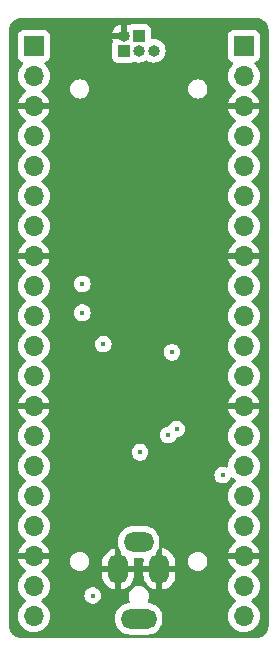
<source format=gbr>
%TF.GenerationSoftware,KiCad,Pcbnew,8.0.4-unknown-202407232306~396e531e7c~ubuntu22.04.1*%
%TF.CreationDate,2024-09-04T14:27:01+01:00*%
%TF.ProjectId,CONTROLLER_pico,434f4e54-524f-44c4-9c45-525f7069636f,rev?*%
%TF.SameCoordinates,Original*%
%TF.FileFunction,Copper,L3,Inr*%
%TF.FilePolarity,Positive*%
%FSLAX46Y46*%
G04 Gerber Fmt 4.6, Leading zero omitted, Abs format (unit mm)*
G04 Created by KiCad (PCBNEW 8.0.4-unknown-202407232306~396e531e7c~ubuntu22.04.1) date 2024-09-04 14:27:01*
%MOMM*%
%LPD*%
G01*
G04 APERTURE LIST*
G04 Aperture macros list*
%AMRoundRect*
0 Rectangle with rounded corners*
0 $1 Rounding radius*
0 $2 $3 $4 $5 $6 $7 $8 $9 X,Y pos of 4 corners*
0 Add a 4 corners polygon primitive as box body*
4,1,4,$2,$3,$4,$5,$6,$7,$8,$9,$2,$3,0*
0 Add four circle primitives for the rounded corners*
1,1,$1+$1,$2,$3*
1,1,$1+$1,$4,$5*
1,1,$1+$1,$6,$7*
1,1,$1+$1,$8,$9*
0 Add four rect primitives between the rounded corners*
20,1,$1+$1,$2,$3,$4,$5,0*
20,1,$1+$1,$4,$5,$6,$7,0*
20,1,$1+$1,$6,$7,$8,$9,0*
20,1,$1+$1,$8,$9,$2,$3,0*%
G04 Aperture macros list end*
%TA.AperFunction,ComponentPad*%
%ADD10RoundRect,0.800000X0.050000X0.450000X-0.050000X0.450000X-0.050000X-0.450000X0.050000X-0.450000X0*%
%TD*%
%TA.AperFunction,ComponentPad*%
%ADD11RoundRect,0.800000X-0.450000X0.050000X-0.450000X-0.050000X0.450000X-0.050000X0.450000X0.050000X0*%
%TD*%
%TA.AperFunction,ComponentPad*%
%ADD12RoundRect,0.800000X-0.700000X0.050000X-0.700000X-0.050000X0.700000X-0.050000X0.700000X0.050000X0*%
%TD*%
%TA.AperFunction,ComponentPad*%
%ADD13R,1.000000X1.000000*%
%TD*%
%TA.AperFunction,ComponentPad*%
%ADD14O,1.000000X1.000000*%
%TD*%
%TA.AperFunction,ComponentPad*%
%ADD15R,1.700000X1.700000*%
%TD*%
%TA.AperFunction,ComponentPad*%
%ADD16O,1.700000X1.700000*%
%TD*%
%TA.AperFunction,ViaPad*%
%ADD17C,0.400000*%
%TD*%
G04 APERTURE END LIST*
D10*
%TO.N,GND*%
%TO.C,J2*%
X98250000Y-106145000D03*
D11*
%TO.N,/extRef*%
X100000000Y-103845000D03*
D10*
%TO.N,GND*%
X101750000Y-106145000D03*
D12*
%TO.N,/extRef*%
X100000000Y-110345000D03*
%TD*%
D13*
%TO.N,/AUX1*%
%TO.C,J3*%
X98729999Y-62270000D03*
D14*
%TO.N,/AUX2*%
X100000000Y-62270000D03*
%TO.N,/AUX3*%
X101269999Y-62270000D03*
%TD*%
D13*
%TO.N,VSYS*%
%TO.C,J1*%
X100000000Y-61000000D03*
D14*
%TO.N,GND*%
X98729999Y-61000000D03*
%TD*%
D15*
%TO.N,VSYS*%
%TO.C,J5*%
X108890000Y-61870000D03*
D16*
%TO.N,unconnected-(J5-Pin_2-Pad2)*%
X108890000Y-64410000D03*
%TO.N,GND*%
X108890000Y-66950000D03*
%TO.N,unconnected-(J5-Pin_4-Pad4)*%
X108890000Y-69490000D03*
%TO.N,+3.3V*%
X108890000Y-72030000D03*
%TO.N,unconnected-(J5-Pin_6-Pad6)*%
X108890000Y-74570000D03*
%TO.N,unconnected-(J5-Pin_7-Pad7)*%
X108890000Y-77110000D03*
%TO.N,GND*%
X108890000Y-79650000D03*
%TO.N,unconnected-(J5-Pin_9-Pad9)*%
X108890000Y-82190000D03*
%TO.N,unconnected-(J5-Pin_10-Pad10)*%
X108890000Y-84730000D03*
%TO.N,unconnected-(J5-Pin_11-Pad11)*%
X108890000Y-87270000D03*
%TO.N,unconnected-(J5-Pin_12-Pad12)*%
X108890000Y-89810000D03*
%TO.N,GND*%
X108890000Y-92350000D03*
%TO.N,/IO1_out*%
X108890000Y-94890000D03*
%TO.N,/IO2*%
X108890000Y-97430000D03*
%TO.N,/PICO*%
X108890000Y-99970000D03*
%TO.N,/SCLK*%
X108890000Y-102510000D03*
%TO.N,GND*%
X108890000Y-105050000D03*
%TO.N,unconnected-(J5-Pin_19-Pad19)*%
X108890000Y-107590000D03*
%TO.N,/POCI*%
X108890000Y-110130000D03*
%TD*%
D15*
%TO.N,unconnected-(J4-Pin_1-Pad1)*%
%TO.C,J4*%
X91110000Y-61870000D03*
D16*
%TO.N,unconnected-(J4-Pin_2-Pad2)*%
X91110000Y-64410000D03*
%TO.N,GND*%
X91110000Y-66950000D03*
%TO.N,unconnected-(J4-Pin_4-Pad4)*%
X91110000Y-69490000D03*
%TO.N,unconnected-(J4-Pin_5-Pad5)*%
X91110000Y-72030000D03*
%TO.N,unconnected-(J4-Pin_6-Pad6)*%
X91110000Y-74570000D03*
%TO.N,unconnected-(J4-Pin_7-Pad7)*%
X91110000Y-77110000D03*
%TO.N,GND*%
X91110000Y-79650000D03*
%TO.N,Net-(J4-Pin_9)*%
X91110000Y-82190000D03*
%TO.N,Net-(J4-Pin_10)*%
X91110000Y-84730000D03*
%TO.N,Net-(J4-Pin_11)*%
X91110000Y-87270000D03*
%TO.N,/addr_bus_0*%
X91110000Y-89810000D03*
%TO.N,GND*%
X91110000Y-92350000D03*
%TO.N,/addr_bus_1*%
X91110000Y-94890000D03*
%TO.N,/addr_bus_2*%
X91110000Y-97430000D03*
%TO.N,/addr_bus_3*%
X91110000Y-99970000D03*
%TO.N,/addr_bus_4*%
X91110000Y-102510000D03*
%TO.N,GND*%
X91110000Y-105050000D03*
%TO.N,/I2C_SDA*%
X91110000Y-107590000D03*
%TO.N,/i2C_SCL*%
X91110000Y-110130000D03*
%TD*%
D17*
%TO.N,+3.3V*%
X96100000Y-108400000D03*
X102800000Y-87800000D03*
%TO.N,/IO2*%
X102500000Y-94800000D03*
%TO.N,/AUX3*%
X97000000Y-87100000D03*
%TO.N,/POCI*%
X107100000Y-98200000D03*
%TO.N,/IO1_out*%
X103200000Y-94300000D03*
%TO.N,/AUX2*%
X100100000Y-96260000D03*
X95225000Y-84450000D03*
%TO.N,/AUX1*%
X95224999Y-82000000D03*
%TD*%
%TA.AperFunction,Conductor*%
%TO.N,GND*%
G36*
X110005394Y-59510971D02*
G01*
X110161019Y-59524587D01*
X110182297Y-59528338D01*
X110327951Y-59567366D01*
X110348261Y-59574759D01*
X110484915Y-59638482D01*
X110503633Y-59649289D01*
X110627154Y-59735779D01*
X110643712Y-59749673D01*
X110750326Y-59856287D01*
X110764220Y-59872845D01*
X110850710Y-59996366D01*
X110861517Y-60015084D01*
X110925240Y-60151738D01*
X110932633Y-60172049D01*
X110971659Y-60317696D01*
X110975412Y-60338982D01*
X110989028Y-60494604D01*
X110989500Y-60505412D01*
X110989500Y-110994587D01*
X110989028Y-111005395D01*
X110975412Y-111161017D01*
X110971659Y-111182303D01*
X110932633Y-111327950D01*
X110925240Y-111348261D01*
X110861517Y-111484915D01*
X110850710Y-111503633D01*
X110764220Y-111627154D01*
X110750326Y-111643712D01*
X110643712Y-111750326D01*
X110627154Y-111764220D01*
X110503633Y-111850710D01*
X110484915Y-111861517D01*
X110348261Y-111925240D01*
X110327950Y-111932633D01*
X110182303Y-111971659D01*
X110161017Y-111975412D01*
X110027247Y-111987116D01*
X110005393Y-111989028D01*
X109994588Y-111989500D01*
X90005412Y-111989500D01*
X89994606Y-111989028D01*
X89969584Y-111986838D01*
X89838982Y-111975412D01*
X89817696Y-111971659D01*
X89672049Y-111932633D01*
X89651738Y-111925240D01*
X89515084Y-111861517D01*
X89496366Y-111850710D01*
X89372845Y-111764220D01*
X89356287Y-111750326D01*
X89249673Y-111643712D01*
X89235779Y-111627154D01*
X89149289Y-111503633D01*
X89138482Y-111484915D01*
X89074759Y-111348261D01*
X89067366Y-111327950D01*
X89060957Y-111304032D01*
X89028338Y-111182297D01*
X89024587Y-111161016D01*
X89010972Y-111005394D01*
X89010500Y-110994587D01*
X89010500Y-64409999D01*
X89754341Y-64409999D01*
X89754341Y-64410000D01*
X89774936Y-64645403D01*
X89774938Y-64645413D01*
X89836094Y-64873655D01*
X89836096Y-64873659D01*
X89836097Y-64873663D01*
X89935965Y-65087830D01*
X89935967Y-65087834D01*
X90071501Y-65281395D01*
X90071506Y-65281402D01*
X90238597Y-65448493D01*
X90238603Y-65448498D01*
X90424594Y-65578730D01*
X90468219Y-65633307D01*
X90475413Y-65702805D01*
X90443890Y-65765160D01*
X90424595Y-65781880D01*
X90238922Y-65911890D01*
X90238920Y-65911891D01*
X90071891Y-66078920D01*
X90071886Y-66078926D01*
X89936400Y-66272420D01*
X89936399Y-66272422D01*
X89836570Y-66486507D01*
X89836567Y-66486513D01*
X89779364Y-66699999D01*
X89779364Y-66700000D01*
X90676988Y-66700000D01*
X90644075Y-66757007D01*
X90610000Y-66884174D01*
X90610000Y-67015826D01*
X90644075Y-67142993D01*
X90676988Y-67200000D01*
X89779364Y-67200000D01*
X89836567Y-67413486D01*
X89836570Y-67413492D01*
X89936399Y-67627578D01*
X90071894Y-67821082D01*
X90238917Y-67988105D01*
X90424595Y-68118119D01*
X90468219Y-68172696D01*
X90475412Y-68242195D01*
X90443890Y-68304549D01*
X90424595Y-68321269D01*
X90238594Y-68451508D01*
X90071505Y-68618597D01*
X89935965Y-68812169D01*
X89935964Y-68812171D01*
X89836098Y-69026335D01*
X89836094Y-69026344D01*
X89774938Y-69254586D01*
X89774936Y-69254596D01*
X89754341Y-69489999D01*
X89754341Y-69490000D01*
X89774936Y-69725403D01*
X89774938Y-69725413D01*
X89836094Y-69953655D01*
X89836096Y-69953659D01*
X89836097Y-69953663D01*
X89935965Y-70167830D01*
X89935967Y-70167834D01*
X90071501Y-70361395D01*
X90071506Y-70361402D01*
X90238597Y-70528493D01*
X90238603Y-70528498D01*
X90424158Y-70658425D01*
X90467783Y-70713002D01*
X90474977Y-70782500D01*
X90443454Y-70844855D01*
X90424158Y-70861575D01*
X90238597Y-70991505D01*
X90071505Y-71158597D01*
X89935965Y-71352169D01*
X89935964Y-71352171D01*
X89836098Y-71566335D01*
X89836094Y-71566344D01*
X89774938Y-71794586D01*
X89774936Y-71794596D01*
X89754341Y-72029999D01*
X89754341Y-72030000D01*
X89774936Y-72265403D01*
X89774938Y-72265413D01*
X89836094Y-72493655D01*
X89836096Y-72493659D01*
X89836097Y-72493663D01*
X89935965Y-72707830D01*
X89935967Y-72707834D01*
X90071501Y-72901395D01*
X90071506Y-72901402D01*
X90238597Y-73068493D01*
X90238603Y-73068498D01*
X90424158Y-73198425D01*
X90467783Y-73253002D01*
X90474977Y-73322500D01*
X90443454Y-73384855D01*
X90424158Y-73401575D01*
X90238597Y-73531505D01*
X90071505Y-73698597D01*
X89935965Y-73892169D01*
X89935964Y-73892171D01*
X89836098Y-74106335D01*
X89836094Y-74106344D01*
X89774938Y-74334586D01*
X89774936Y-74334596D01*
X89754341Y-74569999D01*
X89754341Y-74570000D01*
X89774936Y-74805403D01*
X89774938Y-74805413D01*
X89836094Y-75033655D01*
X89836096Y-75033659D01*
X89836097Y-75033663D01*
X89935965Y-75247830D01*
X89935967Y-75247834D01*
X90071501Y-75441395D01*
X90071506Y-75441402D01*
X90238597Y-75608493D01*
X90238603Y-75608498D01*
X90424158Y-75738425D01*
X90467783Y-75793002D01*
X90474977Y-75862500D01*
X90443454Y-75924855D01*
X90424158Y-75941575D01*
X90238597Y-76071505D01*
X90071505Y-76238597D01*
X89935965Y-76432169D01*
X89935964Y-76432171D01*
X89836098Y-76646335D01*
X89836094Y-76646344D01*
X89774938Y-76874586D01*
X89774936Y-76874596D01*
X89754341Y-77109999D01*
X89754341Y-77110000D01*
X89774936Y-77345403D01*
X89774938Y-77345413D01*
X89836094Y-77573655D01*
X89836096Y-77573659D01*
X89836097Y-77573663D01*
X89935965Y-77787830D01*
X89935967Y-77787834D01*
X90071501Y-77981395D01*
X90071506Y-77981402D01*
X90238597Y-78148493D01*
X90238603Y-78148498D01*
X90424594Y-78278730D01*
X90468219Y-78333307D01*
X90475413Y-78402805D01*
X90443890Y-78465160D01*
X90424595Y-78481880D01*
X90238922Y-78611890D01*
X90238920Y-78611891D01*
X90071891Y-78778920D01*
X90071886Y-78778926D01*
X89936400Y-78972420D01*
X89936399Y-78972422D01*
X89836570Y-79186507D01*
X89836567Y-79186513D01*
X89779364Y-79399999D01*
X89779364Y-79400000D01*
X90676988Y-79400000D01*
X90644075Y-79457007D01*
X90610000Y-79584174D01*
X90610000Y-79715826D01*
X90644075Y-79842993D01*
X90676988Y-79900000D01*
X89779364Y-79900000D01*
X89836567Y-80113486D01*
X89836570Y-80113492D01*
X89936399Y-80327578D01*
X90071894Y-80521082D01*
X90238917Y-80688105D01*
X90424595Y-80818119D01*
X90468219Y-80872696D01*
X90475412Y-80942195D01*
X90443890Y-81004549D01*
X90424595Y-81021269D01*
X90238594Y-81151508D01*
X90071505Y-81318597D01*
X89935965Y-81512169D01*
X89935964Y-81512171D01*
X89836098Y-81726335D01*
X89836094Y-81726344D01*
X89774938Y-81954586D01*
X89774936Y-81954596D01*
X89754341Y-82189999D01*
X89754341Y-82190000D01*
X89774936Y-82425403D01*
X89774938Y-82425413D01*
X89836094Y-82653655D01*
X89836096Y-82653659D01*
X89836097Y-82653663D01*
X89857938Y-82700500D01*
X89935965Y-82867830D01*
X89935967Y-82867834D01*
X90071501Y-83061395D01*
X90071506Y-83061402D01*
X90238597Y-83228493D01*
X90238603Y-83228498D01*
X90424158Y-83358425D01*
X90467783Y-83413002D01*
X90474977Y-83482500D01*
X90443454Y-83544855D01*
X90424158Y-83561575D01*
X90238597Y-83691505D01*
X90071505Y-83858597D01*
X89935965Y-84052169D01*
X89935964Y-84052171D01*
X89836098Y-84266335D01*
X89836094Y-84266344D01*
X89774938Y-84494586D01*
X89774936Y-84494596D01*
X89754341Y-84729999D01*
X89754341Y-84730000D01*
X89774936Y-84965403D01*
X89774938Y-84965413D01*
X89836094Y-85193655D01*
X89836096Y-85193659D01*
X89836097Y-85193663D01*
X89935965Y-85407830D01*
X89935967Y-85407834D01*
X90071501Y-85601395D01*
X90071506Y-85601402D01*
X90238597Y-85768493D01*
X90238603Y-85768498D01*
X90424158Y-85898425D01*
X90467783Y-85953002D01*
X90474977Y-86022500D01*
X90443454Y-86084855D01*
X90424158Y-86101575D01*
X90238597Y-86231505D01*
X90071507Y-86398596D01*
X89935965Y-86592169D01*
X89935964Y-86592171D01*
X89836098Y-86806335D01*
X89836094Y-86806344D01*
X89774938Y-87034586D01*
X89774936Y-87034596D01*
X89754341Y-87269999D01*
X89754341Y-87270000D01*
X89774936Y-87505403D01*
X89774938Y-87505413D01*
X89836094Y-87733655D01*
X89836096Y-87733659D01*
X89836097Y-87733663D01*
X89867031Y-87800000D01*
X89935965Y-87947830D01*
X89935967Y-87947834D01*
X90044281Y-88102521D01*
X90062072Y-88127930D01*
X90071501Y-88141395D01*
X90071506Y-88141402D01*
X90238597Y-88308493D01*
X90238603Y-88308498D01*
X90424158Y-88438425D01*
X90467783Y-88493002D01*
X90474977Y-88562500D01*
X90443454Y-88624855D01*
X90424158Y-88641575D01*
X90238597Y-88771505D01*
X90071505Y-88938597D01*
X89935965Y-89132169D01*
X89935964Y-89132171D01*
X89836098Y-89346335D01*
X89836094Y-89346344D01*
X89774938Y-89574586D01*
X89774936Y-89574596D01*
X89754341Y-89809999D01*
X89754341Y-89810000D01*
X89774936Y-90045403D01*
X89774938Y-90045413D01*
X89836094Y-90273655D01*
X89836096Y-90273659D01*
X89836097Y-90273663D01*
X89935965Y-90487830D01*
X89935967Y-90487834D01*
X90071501Y-90681395D01*
X90071506Y-90681402D01*
X90238597Y-90848493D01*
X90238603Y-90848498D01*
X90424594Y-90978730D01*
X90468219Y-91033307D01*
X90475413Y-91102805D01*
X90443890Y-91165160D01*
X90424595Y-91181880D01*
X90238922Y-91311890D01*
X90238920Y-91311891D01*
X90071891Y-91478920D01*
X90071886Y-91478926D01*
X89936400Y-91672420D01*
X89936399Y-91672422D01*
X89836570Y-91886507D01*
X89836567Y-91886513D01*
X89779364Y-92099999D01*
X89779364Y-92100000D01*
X90676988Y-92100000D01*
X90644075Y-92157007D01*
X90610000Y-92284174D01*
X90610000Y-92415826D01*
X90644075Y-92542993D01*
X90676988Y-92600000D01*
X89779364Y-92600000D01*
X89836567Y-92813486D01*
X89836570Y-92813492D01*
X89936399Y-93027578D01*
X90071894Y-93221082D01*
X90238917Y-93388105D01*
X90424595Y-93518119D01*
X90468219Y-93572696D01*
X90475412Y-93642195D01*
X90443890Y-93704549D01*
X90424595Y-93721269D01*
X90238594Y-93851508D01*
X90071505Y-94018597D01*
X89935965Y-94212169D01*
X89935964Y-94212171D01*
X89836098Y-94426335D01*
X89836094Y-94426344D01*
X89774938Y-94654586D01*
X89774936Y-94654596D01*
X89754341Y-94889999D01*
X89754341Y-94890000D01*
X89774936Y-95125403D01*
X89774938Y-95125413D01*
X89836094Y-95353655D01*
X89836096Y-95353659D01*
X89836097Y-95353663D01*
X89932081Y-95559500D01*
X89935965Y-95567830D01*
X89935967Y-95567834D01*
X90071501Y-95761395D01*
X90071506Y-95761402D01*
X90238597Y-95928493D01*
X90238603Y-95928498D01*
X90424158Y-96058425D01*
X90467783Y-96113002D01*
X90474977Y-96182500D01*
X90443454Y-96244855D01*
X90424158Y-96261575D01*
X90238597Y-96391505D01*
X90071505Y-96558597D01*
X89935965Y-96752169D01*
X89935964Y-96752171D01*
X89836098Y-96966335D01*
X89836094Y-96966344D01*
X89774938Y-97194586D01*
X89774936Y-97194596D01*
X89754341Y-97429999D01*
X89754341Y-97430000D01*
X89774936Y-97665403D01*
X89774938Y-97665413D01*
X89836094Y-97893655D01*
X89836096Y-97893659D01*
X89836097Y-97893663D01*
X89900197Y-98031125D01*
X89935965Y-98107830D01*
X89935967Y-98107834D01*
X90071501Y-98301395D01*
X90071506Y-98301402D01*
X90238597Y-98468493D01*
X90238603Y-98468498D01*
X90424158Y-98598425D01*
X90467783Y-98653002D01*
X90474977Y-98722500D01*
X90443454Y-98784855D01*
X90424158Y-98801575D01*
X90238597Y-98931505D01*
X90071505Y-99098597D01*
X89935965Y-99292169D01*
X89935964Y-99292171D01*
X89836098Y-99506335D01*
X89836094Y-99506344D01*
X89774938Y-99734586D01*
X89774936Y-99734596D01*
X89754341Y-99969999D01*
X89754341Y-99970000D01*
X89774936Y-100205403D01*
X89774938Y-100205413D01*
X89836094Y-100433655D01*
X89836096Y-100433659D01*
X89836097Y-100433663D01*
X89935965Y-100647830D01*
X89935967Y-100647834D01*
X90071501Y-100841395D01*
X90071506Y-100841402D01*
X90238597Y-101008493D01*
X90238603Y-101008498D01*
X90424158Y-101138425D01*
X90467783Y-101193002D01*
X90474977Y-101262500D01*
X90443454Y-101324855D01*
X90424158Y-101341575D01*
X90238597Y-101471505D01*
X90071505Y-101638597D01*
X89935965Y-101832169D01*
X89935964Y-101832171D01*
X89836098Y-102046335D01*
X89836094Y-102046344D01*
X89774938Y-102274586D01*
X89774936Y-102274596D01*
X89754341Y-102509999D01*
X89754341Y-102510000D01*
X89774936Y-102745403D01*
X89774938Y-102745413D01*
X89836094Y-102973655D01*
X89836096Y-102973659D01*
X89836097Y-102973663D01*
X89914718Y-103142265D01*
X89935965Y-103187830D01*
X89935967Y-103187834D01*
X90071501Y-103381395D01*
X90071506Y-103381402D01*
X90238597Y-103548493D01*
X90238603Y-103548498D01*
X90424594Y-103678730D01*
X90468219Y-103733307D01*
X90475413Y-103802805D01*
X90443890Y-103865160D01*
X90424595Y-103881880D01*
X90238922Y-104011890D01*
X90238920Y-104011891D01*
X90071891Y-104178920D01*
X90071886Y-104178926D01*
X89936400Y-104372420D01*
X89936399Y-104372422D01*
X89836570Y-104586507D01*
X89836567Y-104586513D01*
X89779364Y-104799999D01*
X89779364Y-104800000D01*
X90676988Y-104800000D01*
X90644075Y-104857007D01*
X90610000Y-104984174D01*
X90610000Y-105115826D01*
X90644075Y-105242993D01*
X90676988Y-105300000D01*
X89779364Y-105300000D01*
X89836567Y-105513486D01*
X89836570Y-105513492D01*
X89936399Y-105727578D01*
X90071894Y-105921082D01*
X90238917Y-106088105D01*
X90424595Y-106218119D01*
X90468219Y-106272696D01*
X90475412Y-106342195D01*
X90443890Y-106404549D01*
X90424595Y-106421269D01*
X90238594Y-106551508D01*
X90071505Y-106718597D01*
X89935965Y-106912169D01*
X89935964Y-106912171D01*
X89836098Y-107126335D01*
X89836094Y-107126344D01*
X89774938Y-107354586D01*
X89774936Y-107354596D01*
X89754341Y-107589999D01*
X89754341Y-107590000D01*
X89774936Y-107825403D01*
X89774938Y-107825413D01*
X89836094Y-108053655D01*
X89836096Y-108053659D01*
X89836097Y-108053663D01*
X89934692Y-108265101D01*
X89935965Y-108267830D01*
X89935967Y-108267834D01*
X90071501Y-108461395D01*
X90071506Y-108461402D01*
X90238597Y-108628493D01*
X90238603Y-108628498D01*
X90424158Y-108758425D01*
X90467783Y-108813002D01*
X90474977Y-108882500D01*
X90443454Y-108944855D01*
X90424158Y-108961575D01*
X90238597Y-109091505D01*
X90071505Y-109258597D01*
X89935965Y-109452169D01*
X89935964Y-109452171D01*
X89836098Y-109666335D01*
X89836094Y-109666344D01*
X89774938Y-109894586D01*
X89774936Y-109894596D01*
X89754341Y-110129999D01*
X89754341Y-110130000D01*
X89774936Y-110365403D01*
X89774938Y-110365413D01*
X89836094Y-110593655D01*
X89836096Y-110593659D01*
X89836097Y-110593663D01*
X89849170Y-110621697D01*
X89935965Y-110807830D01*
X89935967Y-110807834D01*
X90044281Y-110962521D01*
X90071505Y-111001401D01*
X90238599Y-111168495D01*
X90243355Y-111171825D01*
X90432165Y-111304032D01*
X90432167Y-111304033D01*
X90432170Y-111304035D01*
X90646337Y-111403903D01*
X90874592Y-111465063D01*
X91062918Y-111481539D01*
X91109999Y-111485659D01*
X91110000Y-111485659D01*
X91110001Y-111485659D01*
X91149234Y-111482226D01*
X91345408Y-111465063D01*
X91573663Y-111403903D01*
X91787830Y-111304035D01*
X91981401Y-111168495D01*
X92148495Y-111001401D01*
X92284035Y-110807830D01*
X92383903Y-110593663D01*
X92445063Y-110365408D01*
X92456191Y-110238214D01*
X97999500Y-110238214D01*
X97999500Y-110451785D01*
X98014364Y-110621687D01*
X98014366Y-110621697D01*
X98073258Y-110841488D01*
X98073261Y-110841497D01*
X98169431Y-111047732D01*
X98169432Y-111047734D01*
X98299954Y-111234141D01*
X98460858Y-111395045D01*
X98460861Y-111395047D01*
X98647266Y-111525568D01*
X98853504Y-111621739D01*
X99073308Y-111680635D01*
X99243214Y-111695499D01*
X99243215Y-111695500D01*
X99243216Y-111695500D01*
X100756785Y-111695500D01*
X100756785Y-111695499D01*
X100926692Y-111680635D01*
X101146496Y-111621739D01*
X101352734Y-111525568D01*
X101539139Y-111395047D01*
X101700047Y-111234139D01*
X101830568Y-111047734D01*
X101926739Y-110841496D01*
X101985635Y-110621692D01*
X102000500Y-110451784D01*
X102000500Y-110238216D01*
X101985635Y-110068308D01*
X101926739Y-109848504D01*
X101830568Y-109642266D01*
X101700047Y-109455861D01*
X101700045Y-109455858D01*
X101539141Y-109294954D01*
X101352734Y-109164432D01*
X101352732Y-109164431D01*
X101146497Y-109068261D01*
X101146488Y-109068258D01*
X100926697Y-109009366D01*
X100926687Y-109009364D01*
X100874130Y-109004766D01*
X100809062Y-108979313D01*
X100768084Y-108922721D01*
X100764207Y-108852959D01*
X100777549Y-108819244D01*
X100790436Y-108796925D01*
X100846332Y-108624894D01*
X100865240Y-108445000D01*
X100846332Y-108265106D01*
X100790436Y-108093075D01*
X100699994Y-107936425D01*
X100699990Y-107936419D01*
X100578959Y-107802001D01*
X100578957Y-107801999D01*
X100432621Y-107695680D01*
X100432620Y-107695679D01*
X100308901Y-107640597D01*
X100267374Y-107622108D01*
X100267372Y-107622107D01*
X100138200Y-107594651D01*
X100090442Y-107584500D01*
X99909558Y-107584500D01*
X99861799Y-107594651D01*
X99732628Y-107622107D01*
X99567379Y-107695679D01*
X99567378Y-107695680D01*
X99421042Y-107801999D01*
X99421040Y-107802001D01*
X99300009Y-107936419D01*
X99300004Y-107936426D01*
X99209564Y-108093074D01*
X99209561Y-108093080D01*
X99153669Y-108265101D01*
X99153668Y-108265103D01*
X99134760Y-108445000D01*
X99153668Y-108624896D01*
X99153669Y-108624898D01*
X99209561Y-108796919D01*
X99209562Y-108796920D01*
X99209564Y-108796925D01*
X99222447Y-108819240D01*
X99238920Y-108887137D01*
X99216068Y-108953164D01*
X99161147Y-108996355D01*
X99125869Y-109004766D01*
X99073312Y-109009364D01*
X99073302Y-109009366D01*
X98853511Y-109068258D01*
X98853502Y-109068261D01*
X98647267Y-109164431D01*
X98647265Y-109164432D01*
X98460858Y-109294954D01*
X98299954Y-109455858D01*
X98169432Y-109642265D01*
X98169431Y-109642267D01*
X98073261Y-109848502D01*
X98073258Y-109848511D01*
X98014366Y-110068302D01*
X98014364Y-110068312D01*
X97999500Y-110238214D01*
X92456191Y-110238214D01*
X92465659Y-110130000D01*
X92445063Y-109894592D01*
X92383903Y-109666337D01*
X92284035Y-109452171D01*
X92173951Y-109294953D01*
X92148494Y-109258597D01*
X91981402Y-109091506D01*
X91981396Y-109091501D01*
X91795842Y-108961575D01*
X91752217Y-108906998D01*
X91745023Y-108837500D01*
X91776546Y-108775145D01*
X91795842Y-108758425D01*
X91839393Y-108727930D01*
X91981401Y-108628495D01*
X92148495Y-108461401D01*
X92191488Y-108400000D01*
X95394355Y-108400000D01*
X95414859Y-108568869D01*
X95414860Y-108568874D01*
X95475182Y-108727931D01*
X95507772Y-108775145D01*
X95571817Y-108867929D01*
X95677505Y-108961560D01*
X95699150Y-108980736D01*
X95849773Y-109059789D01*
X95849775Y-109059790D01*
X96014944Y-109100500D01*
X96185056Y-109100500D01*
X96350225Y-109059790D01*
X96446303Y-109009364D01*
X96500849Y-108980736D01*
X96500850Y-108980734D01*
X96500852Y-108980734D01*
X96628183Y-108867929D01*
X96724818Y-108727930D01*
X96785140Y-108568872D01*
X96805645Y-108400000D01*
X96785140Y-108231128D01*
X96724818Y-108072070D01*
X96712112Y-108053663D01*
X96641631Y-107951554D01*
X96628183Y-107932071D01*
X96507785Y-107825408D01*
X96500849Y-107819263D01*
X96350226Y-107740210D01*
X96185056Y-107699500D01*
X96014944Y-107699500D01*
X95849773Y-107740210D01*
X95699150Y-107819263D01*
X95571816Y-107932072D01*
X95475182Y-108072068D01*
X95414860Y-108231125D01*
X95414859Y-108231130D01*
X95394355Y-108400000D01*
X92191488Y-108400000D01*
X92284035Y-108267830D01*
X92383903Y-108053663D01*
X92445063Y-107825408D01*
X92465659Y-107590000D01*
X92445063Y-107354592D01*
X92383903Y-107126337D01*
X92284035Y-106912171D01*
X92148495Y-106718599D01*
X92148494Y-106718597D01*
X91981402Y-106551506D01*
X91981401Y-106551505D01*
X91795405Y-106421269D01*
X91751781Y-106366692D01*
X91744588Y-106297193D01*
X91776110Y-106234839D01*
X91795405Y-106218119D01*
X91981082Y-106088105D01*
X92148105Y-105921082D01*
X92283600Y-105727578D01*
X92383429Y-105513492D01*
X92383432Y-105513486D01*
X92387046Y-105499997D01*
X94184371Y-105499997D01*
X94184371Y-105500002D01*
X94204819Y-105681489D01*
X94265143Y-105853887D01*
X94265144Y-105853888D01*
X94362316Y-106008536D01*
X94491464Y-106137684D01*
X94646112Y-106234856D01*
X94818505Y-106295179D01*
X94818508Y-106295179D01*
X94818510Y-106295180D01*
X94999997Y-106315629D01*
X95000000Y-106315629D01*
X95000003Y-106315629D01*
X95181489Y-106295180D01*
X95181490Y-106295179D01*
X95181495Y-106295179D01*
X95353888Y-106234856D01*
X95508536Y-106137684D01*
X95637684Y-106008536D01*
X95734856Y-105853888D01*
X95795179Y-105681495D01*
X95795835Y-105675680D01*
X95800054Y-105638233D01*
X96900000Y-105638233D01*
X96900000Y-105895000D01*
X97850000Y-105895000D01*
X97850000Y-106395000D01*
X96900001Y-106395000D01*
X96900001Y-106651765D01*
X96914859Y-106821603D01*
X96914859Y-106821607D01*
X96973730Y-107041317D01*
X96973734Y-107041326D01*
X97069865Y-107247482D01*
X97200342Y-107433820D01*
X97361179Y-107594657D01*
X97547517Y-107725134D01*
X97753673Y-107821265D01*
X97753682Y-107821269D01*
X97973396Y-107880141D01*
X97999999Y-107882467D01*
X98000000Y-107882467D01*
X98000000Y-106910686D01*
X98004394Y-106915080D01*
X98095606Y-106967741D01*
X98197339Y-106995000D01*
X98302661Y-106995000D01*
X98404394Y-106967741D01*
X98495606Y-106915080D01*
X98500000Y-106910686D01*
X98500000Y-107882467D01*
X98526603Y-107880141D01*
X98746317Y-107821269D01*
X98746326Y-107821265D01*
X98952482Y-107725134D01*
X99138820Y-107594657D01*
X99299657Y-107433820D01*
X99430134Y-107247482D01*
X99526265Y-107041326D01*
X99526269Y-107041317D01*
X99585139Y-106821610D01*
X99585141Y-106821599D01*
X99599999Y-106651766D01*
X99600000Y-106651764D01*
X99600000Y-106395000D01*
X98650000Y-106395000D01*
X98650000Y-105895000D01*
X99599999Y-105895000D01*
X99599999Y-105638238D01*
X99599998Y-105638234D01*
X99585140Y-105468396D01*
X99585140Y-105468392D01*
X99553844Y-105351593D01*
X99555507Y-105281744D01*
X99594669Y-105223881D01*
X99658898Y-105196377D01*
X99673619Y-105195500D01*
X100326381Y-105195500D01*
X100393420Y-105215185D01*
X100439175Y-105267989D01*
X100449119Y-105337147D01*
X100446156Y-105351593D01*
X100414860Y-105468390D01*
X100414858Y-105468400D01*
X100400000Y-105638233D01*
X100400000Y-105895000D01*
X101350000Y-105895000D01*
X101350000Y-106395000D01*
X100400001Y-106395000D01*
X100400001Y-106651765D01*
X100414859Y-106821603D01*
X100414859Y-106821607D01*
X100473730Y-107041317D01*
X100473734Y-107041326D01*
X100569865Y-107247482D01*
X100700342Y-107433820D01*
X100861179Y-107594657D01*
X101047517Y-107725134D01*
X101253673Y-107821265D01*
X101253682Y-107821269D01*
X101473396Y-107880141D01*
X101499999Y-107882467D01*
X101500000Y-107882467D01*
X101500000Y-106910686D01*
X101504394Y-106915080D01*
X101595606Y-106967741D01*
X101697339Y-106995000D01*
X101802661Y-106995000D01*
X101904394Y-106967741D01*
X101995606Y-106915080D01*
X102000000Y-106910686D01*
X102000000Y-107882467D01*
X102026603Y-107880141D01*
X102246317Y-107821269D01*
X102246326Y-107821265D01*
X102452482Y-107725134D01*
X102638820Y-107594657D01*
X102799657Y-107433820D01*
X102930134Y-107247482D01*
X103026265Y-107041326D01*
X103026269Y-107041317D01*
X103085139Y-106821610D01*
X103085141Y-106821599D01*
X103099999Y-106651766D01*
X103100000Y-106651764D01*
X103100000Y-106395000D01*
X102150000Y-106395000D01*
X102150000Y-105895000D01*
X103099999Y-105895000D01*
X103099999Y-105638238D01*
X103099998Y-105638234D01*
X103087905Y-105499997D01*
X104184371Y-105499997D01*
X104184371Y-105500002D01*
X104204819Y-105681489D01*
X104265143Y-105853887D01*
X104265144Y-105853888D01*
X104362316Y-106008536D01*
X104491464Y-106137684D01*
X104646112Y-106234856D01*
X104818505Y-106295179D01*
X104818508Y-106295179D01*
X104818510Y-106295180D01*
X104999997Y-106315629D01*
X105000000Y-106315629D01*
X105000003Y-106315629D01*
X105181489Y-106295180D01*
X105181490Y-106295179D01*
X105181495Y-106295179D01*
X105353888Y-106234856D01*
X105508536Y-106137684D01*
X105637684Y-106008536D01*
X105734856Y-105853888D01*
X105795179Y-105681495D01*
X105795835Y-105675680D01*
X105815629Y-105500002D01*
X105815629Y-105499997D01*
X105795180Y-105318510D01*
X105795179Y-105318508D01*
X105795179Y-105318505D01*
X105734856Y-105146112D01*
X105637684Y-104991464D01*
X105508536Y-104862316D01*
X105409361Y-104800000D01*
X105353887Y-104765143D01*
X105181489Y-104704819D01*
X105000003Y-104684371D01*
X104999997Y-104684371D01*
X104818510Y-104704819D01*
X104646112Y-104765143D01*
X104491463Y-104862316D01*
X104362316Y-104991463D01*
X104265143Y-105146112D01*
X104204819Y-105318510D01*
X104184371Y-105499997D01*
X103087905Y-105499997D01*
X103085140Y-105468396D01*
X103085140Y-105468392D01*
X103026269Y-105248682D01*
X103026265Y-105248673D01*
X102930134Y-105042517D01*
X102799657Y-104856179D01*
X102638820Y-104695342D01*
X102452482Y-104564865D01*
X102246326Y-104468734D01*
X102246320Y-104468731D01*
X102026608Y-104409859D01*
X102026601Y-104409858D01*
X102000000Y-104407531D01*
X102000000Y-105379314D01*
X101995606Y-105374920D01*
X101904394Y-105322259D01*
X101802661Y-105295000D01*
X101697339Y-105295000D01*
X101595606Y-105322259D01*
X101504394Y-105374920D01*
X101500000Y-105379314D01*
X101500000Y-104701894D01*
X101519685Y-104634855D01*
X101522425Y-104630771D01*
X101580568Y-104547734D01*
X101676739Y-104341496D01*
X101735635Y-104121692D01*
X101750500Y-103951784D01*
X101750500Y-103738216D01*
X101735635Y-103568308D01*
X101676739Y-103348504D01*
X101580568Y-103142266D01*
X101450047Y-102955861D01*
X101450045Y-102955858D01*
X101289141Y-102794954D01*
X101102734Y-102664432D01*
X101102732Y-102664431D01*
X100896497Y-102568261D01*
X100896488Y-102568258D01*
X100676697Y-102509366D01*
X100676687Y-102509364D01*
X100506785Y-102494500D01*
X100506784Y-102494500D01*
X99493216Y-102494500D01*
X99493215Y-102494500D01*
X99323312Y-102509364D01*
X99323302Y-102509366D01*
X99103511Y-102568258D01*
X99103502Y-102568261D01*
X98897267Y-102664431D01*
X98897265Y-102664432D01*
X98710858Y-102794954D01*
X98549954Y-102955858D01*
X98419432Y-103142265D01*
X98419431Y-103142267D01*
X98323261Y-103348502D01*
X98323258Y-103348511D01*
X98264366Y-103568302D01*
X98264364Y-103568312D01*
X98249500Y-103738214D01*
X98249500Y-103951785D01*
X98264364Y-104121687D01*
X98264366Y-104121697D01*
X98323258Y-104341488D01*
X98323261Y-104341497D01*
X98419431Y-104547732D01*
X98419432Y-104547734D01*
X98477575Y-104630771D01*
X98499902Y-104696977D01*
X98500000Y-104701894D01*
X98500000Y-105379314D01*
X98495606Y-105374920D01*
X98404394Y-105322259D01*
X98302661Y-105295000D01*
X98197339Y-105295000D01*
X98095606Y-105322259D01*
X98004394Y-105374920D01*
X98000000Y-105379314D01*
X98000000Y-104407531D01*
X97973398Y-104409858D01*
X97973391Y-104409859D01*
X97753679Y-104468731D01*
X97753673Y-104468734D01*
X97547517Y-104564865D01*
X97361179Y-104695342D01*
X97200342Y-104856179D01*
X97069865Y-105042517D01*
X96973734Y-105248673D01*
X96973730Y-105248682D01*
X96914860Y-105468389D01*
X96914858Y-105468400D01*
X96900000Y-105638233D01*
X95800054Y-105638233D01*
X95815629Y-105500002D01*
X95815629Y-105499997D01*
X95795180Y-105318510D01*
X95795179Y-105318508D01*
X95795179Y-105318505D01*
X95734856Y-105146112D01*
X95637684Y-104991464D01*
X95508536Y-104862316D01*
X95409361Y-104800000D01*
X95353887Y-104765143D01*
X95181489Y-104704819D01*
X95000003Y-104684371D01*
X94999997Y-104684371D01*
X94818510Y-104704819D01*
X94646112Y-104765143D01*
X94491463Y-104862316D01*
X94362316Y-104991463D01*
X94265143Y-105146112D01*
X94204819Y-105318510D01*
X94184371Y-105499997D01*
X92387046Y-105499997D01*
X92440636Y-105300000D01*
X91543012Y-105300000D01*
X91575925Y-105242993D01*
X91610000Y-105115826D01*
X91610000Y-104984174D01*
X91575925Y-104857007D01*
X91543012Y-104800000D01*
X92440636Y-104800000D01*
X92440635Y-104799999D01*
X92383432Y-104586513D01*
X92383429Y-104586507D01*
X92283600Y-104372422D01*
X92283599Y-104372420D01*
X92148113Y-104178926D01*
X92148108Y-104178920D01*
X91981078Y-104011890D01*
X91795405Y-103881879D01*
X91751780Y-103827302D01*
X91744588Y-103757804D01*
X91776110Y-103695449D01*
X91795406Y-103678730D01*
X91953099Y-103568312D01*
X91981401Y-103548495D01*
X92148495Y-103381401D01*
X92284035Y-103187830D01*
X92383903Y-102973663D01*
X92445063Y-102745408D01*
X92465659Y-102510000D01*
X92465603Y-102509365D01*
X92445063Y-102274596D01*
X92445063Y-102274592D01*
X92383903Y-102046337D01*
X92284035Y-101832171D01*
X92148495Y-101638599D01*
X92148494Y-101638597D01*
X91981402Y-101471506D01*
X91981396Y-101471501D01*
X91795842Y-101341575D01*
X91752217Y-101286998D01*
X91745023Y-101217500D01*
X91776546Y-101155145D01*
X91795842Y-101138425D01*
X91818026Y-101122891D01*
X91981401Y-101008495D01*
X92148495Y-100841401D01*
X92284035Y-100647830D01*
X92383903Y-100433663D01*
X92445063Y-100205408D01*
X92465659Y-99970000D01*
X92445063Y-99734592D01*
X92383903Y-99506337D01*
X92284035Y-99292171D01*
X92148495Y-99098599D01*
X92148494Y-99098597D01*
X91981402Y-98931506D01*
X91981396Y-98931501D01*
X91795842Y-98801575D01*
X91752217Y-98746998D01*
X91745023Y-98677500D01*
X91776546Y-98615145D01*
X91795842Y-98598425D01*
X91896516Y-98527932D01*
X91981401Y-98468495D01*
X92148495Y-98301401D01*
X92219497Y-98200000D01*
X106394355Y-98200000D01*
X106414859Y-98368869D01*
X106414860Y-98368874D01*
X106475182Y-98527931D01*
X106527714Y-98604035D01*
X106571817Y-98667929D01*
X106661068Y-98746998D01*
X106699150Y-98780736D01*
X106849773Y-98859789D01*
X106849775Y-98859790D01*
X107014944Y-98900500D01*
X107185056Y-98900500D01*
X107350225Y-98859790D01*
X107429692Y-98818081D01*
X107500849Y-98780736D01*
X107500850Y-98780734D01*
X107500852Y-98780734D01*
X107628183Y-98667929D01*
X107724818Y-98527930D01*
X107753933Y-98451158D01*
X107796108Y-98395459D01*
X107861705Y-98371401D01*
X107929895Y-98386627D01*
X107957554Y-98407450D01*
X108018599Y-98468495D01*
X108018602Y-98468497D01*
X108018603Y-98468498D01*
X108204158Y-98598425D01*
X108247783Y-98653002D01*
X108254977Y-98722500D01*
X108223454Y-98784855D01*
X108204158Y-98801575D01*
X108018597Y-98931505D01*
X107851505Y-99098597D01*
X107715965Y-99292169D01*
X107715964Y-99292171D01*
X107616098Y-99506335D01*
X107616094Y-99506344D01*
X107554938Y-99734586D01*
X107554936Y-99734596D01*
X107534341Y-99969999D01*
X107534341Y-99970000D01*
X107554936Y-100205403D01*
X107554938Y-100205413D01*
X107616094Y-100433655D01*
X107616096Y-100433659D01*
X107616097Y-100433663D01*
X107715965Y-100647830D01*
X107715967Y-100647834D01*
X107851501Y-100841395D01*
X107851506Y-100841402D01*
X108018597Y-101008493D01*
X108018603Y-101008498D01*
X108204158Y-101138425D01*
X108247783Y-101193002D01*
X108254977Y-101262500D01*
X108223454Y-101324855D01*
X108204158Y-101341575D01*
X108018597Y-101471505D01*
X107851505Y-101638597D01*
X107715965Y-101832169D01*
X107715964Y-101832171D01*
X107616098Y-102046335D01*
X107616094Y-102046344D01*
X107554938Y-102274586D01*
X107554936Y-102274596D01*
X107534341Y-102509999D01*
X107534341Y-102510000D01*
X107554936Y-102745403D01*
X107554938Y-102745413D01*
X107616094Y-102973655D01*
X107616096Y-102973659D01*
X107616097Y-102973663D01*
X107694718Y-103142265D01*
X107715965Y-103187830D01*
X107715967Y-103187834D01*
X107851501Y-103381395D01*
X107851506Y-103381402D01*
X108018597Y-103548493D01*
X108018603Y-103548498D01*
X108204594Y-103678730D01*
X108248219Y-103733307D01*
X108255413Y-103802805D01*
X108223890Y-103865160D01*
X108204595Y-103881880D01*
X108018922Y-104011890D01*
X108018920Y-104011891D01*
X107851891Y-104178920D01*
X107851886Y-104178926D01*
X107716400Y-104372420D01*
X107716399Y-104372422D01*
X107616570Y-104586507D01*
X107616567Y-104586513D01*
X107559364Y-104799999D01*
X107559364Y-104800000D01*
X108456988Y-104800000D01*
X108424075Y-104857007D01*
X108390000Y-104984174D01*
X108390000Y-105115826D01*
X108424075Y-105242993D01*
X108456988Y-105300000D01*
X107559364Y-105300000D01*
X107616567Y-105513486D01*
X107616570Y-105513492D01*
X107716399Y-105727578D01*
X107851894Y-105921082D01*
X108018917Y-106088105D01*
X108204595Y-106218119D01*
X108248219Y-106272696D01*
X108255412Y-106342195D01*
X108223890Y-106404549D01*
X108204595Y-106421269D01*
X108018594Y-106551508D01*
X107851505Y-106718597D01*
X107715965Y-106912169D01*
X107715964Y-106912171D01*
X107616098Y-107126335D01*
X107616094Y-107126344D01*
X107554938Y-107354586D01*
X107554936Y-107354596D01*
X107534341Y-107589999D01*
X107534341Y-107590000D01*
X107554936Y-107825403D01*
X107554938Y-107825413D01*
X107616094Y-108053655D01*
X107616096Y-108053659D01*
X107616097Y-108053663D01*
X107714692Y-108265101D01*
X107715965Y-108267830D01*
X107715967Y-108267834D01*
X107851501Y-108461395D01*
X107851506Y-108461402D01*
X108018597Y-108628493D01*
X108018603Y-108628498D01*
X108204158Y-108758425D01*
X108247783Y-108813002D01*
X108254977Y-108882500D01*
X108223454Y-108944855D01*
X108204158Y-108961575D01*
X108018597Y-109091505D01*
X107851505Y-109258597D01*
X107715965Y-109452169D01*
X107715964Y-109452171D01*
X107616098Y-109666335D01*
X107616094Y-109666344D01*
X107554938Y-109894586D01*
X107554936Y-109894596D01*
X107534341Y-110129999D01*
X107534341Y-110130000D01*
X107554936Y-110365403D01*
X107554938Y-110365413D01*
X107616094Y-110593655D01*
X107616096Y-110593659D01*
X107616097Y-110593663D01*
X107629170Y-110621697D01*
X107715965Y-110807830D01*
X107715967Y-110807834D01*
X107824281Y-110962521D01*
X107851505Y-111001401D01*
X108018599Y-111168495D01*
X108023355Y-111171825D01*
X108212165Y-111304032D01*
X108212167Y-111304033D01*
X108212170Y-111304035D01*
X108426337Y-111403903D01*
X108654592Y-111465063D01*
X108842918Y-111481539D01*
X108889999Y-111485659D01*
X108890000Y-111485659D01*
X108890001Y-111485659D01*
X108929234Y-111482226D01*
X109125408Y-111465063D01*
X109353663Y-111403903D01*
X109567830Y-111304035D01*
X109761401Y-111168495D01*
X109928495Y-111001401D01*
X110064035Y-110807830D01*
X110163903Y-110593663D01*
X110225063Y-110365408D01*
X110245659Y-110130000D01*
X110225063Y-109894592D01*
X110163903Y-109666337D01*
X110064035Y-109452171D01*
X109953951Y-109294953D01*
X109928494Y-109258597D01*
X109761402Y-109091506D01*
X109761396Y-109091501D01*
X109575842Y-108961575D01*
X109532217Y-108906998D01*
X109525023Y-108837500D01*
X109556546Y-108775145D01*
X109575842Y-108758425D01*
X109619393Y-108727930D01*
X109761401Y-108628495D01*
X109928495Y-108461401D01*
X110064035Y-108267830D01*
X110163903Y-108053663D01*
X110225063Y-107825408D01*
X110245659Y-107590000D01*
X110225063Y-107354592D01*
X110163903Y-107126337D01*
X110064035Y-106912171D01*
X109928495Y-106718599D01*
X109928494Y-106718597D01*
X109761402Y-106551506D01*
X109761401Y-106551505D01*
X109575405Y-106421269D01*
X109531781Y-106366692D01*
X109524588Y-106297193D01*
X109556110Y-106234839D01*
X109575405Y-106218119D01*
X109761082Y-106088105D01*
X109928105Y-105921082D01*
X110063600Y-105727578D01*
X110163429Y-105513492D01*
X110163432Y-105513486D01*
X110220636Y-105300000D01*
X109323012Y-105300000D01*
X109355925Y-105242993D01*
X109390000Y-105115826D01*
X109390000Y-104984174D01*
X109355925Y-104857007D01*
X109323012Y-104800000D01*
X110220636Y-104800000D01*
X110220635Y-104799999D01*
X110163432Y-104586513D01*
X110163429Y-104586507D01*
X110063600Y-104372422D01*
X110063599Y-104372420D01*
X109928113Y-104178926D01*
X109928108Y-104178920D01*
X109761078Y-104011890D01*
X109575405Y-103881879D01*
X109531780Y-103827302D01*
X109524588Y-103757804D01*
X109556110Y-103695449D01*
X109575406Y-103678730D01*
X109733099Y-103568312D01*
X109761401Y-103548495D01*
X109928495Y-103381401D01*
X110064035Y-103187830D01*
X110163903Y-102973663D01*
X110225063Y-102745408D01*
X110245659Y-102510000D01*
X110245603Y-102509365D01*
X110225063Y-102274596D01*
X110225063Y-102274592D01*
X110163903Y-102046337D01*
X110064035Y-101832171D01*
X109928495Y-101638599D01*
X109928494Y-101638597D01*
X109761402Y-101471506D01*
X109761396Y-101471501D01*
X109575842Y-101341575D01*
X109532217Y-101286998D01*
X109525023Y-101217500D01*
X109556546Y-101155145D01*
X109575842Y-101138425D01*
X109598026Y-101122891D01*
X109761401Y-101008495D01*
X109928495Y-100841401D01*
X110064035Y-100647830D01*
X110163903Y-100433663D01*
X110225063Y-100205408D01*
X110245659Y-99970000D01*
X110225063Y-99734592D01*
X110163903Y-99506337D01*
X110064035Y-99292171D01*
X109928495Y-99098599D01*
X109928494Y-99098597D01*
X109761402Y-98931506D01*
X109761396Y-98931501D01*
X109575842Y-98801575D01*
X109532217Y-98746998D01*
X109525023Y-98677500D01*
X109556546Y-98615145D01*
X109575842Y-98598425D01*
X109676516Y-98527932D01*
X109761401Y-98468495D01*
X109928495Y-98301401D01*
X110064035Y-98107830D01*
X110163903Y-97893663D01*
X110225063Y-97665408D01*
X110245659Y-97430000D01*
X110225063Y-97194592D01*
X110163903Y-96966337D01*
X110064035Y-96752171D01*
X110047060Y-96727927D01*
X109928494Y-96558597D01*
X109761402Y-96391506D01*
X109761396Y-96391501D01*
X109575842Y-96261575D01*
X109532217Y-96206998D01*
X109525023Y-96137500D01*
X109556546Y-96075145D01*
X109575842Y-96058425D01*
X109756298Y-95932068D01*
X109761401Y-95928495D01*
X109928495Y-95761401D01*
X110064035Y-95567830D01*
X110163903Y-95353663D01*
X110225063Y-95125408D01*
X110245659Y-94890000D01*
X110244848Y-94880736D01*
X110225063Y-94654596D01*
X110225063Y-94654592D01*
X110163903Y-94426337D01*
X110064035Y-94212171D01*
X110007289Y-94131128D01*
X109928494Y-94018597D01*
X109761402Y-93851506D01*
X109761401Y-93851505D01*
X109575405Y-93721269D01*
X109531781Y-93666692D01*
X109524588Y-93597193D01*
X109556110Y-93534839D01*
X109575405Y-93518119D01*
X109761082Y-93388105D01*
X109928105Y-93221082D01*
X110063600Y-93027578D01*
X110163429Y-92813492D01*
X110163432Y-92813486D01*
X110220636Y-92600000D01*
X109323012Y-92600000D01*
X109355925Y-92542993D01*
X109390000Y-92415826D01*
X109390000Y-92284174D01*
X109355925Y-92157007D01*
X109323012Y-92100000D01*
X110220636Y-92100000D01*
X110220635Y-92099999D01*
X110163432Y-91886513D01*
X110163429Y-91886507D01*
X110063600Y-91672422D01*
X110063599Y-91672420D01*
X109928113Y-91478926D01*
X109928108Y-91478920D01*
X109761078Y-91311890D01*
X109575405Y-91181879D01*
X109531780Y-91127302D01*
X109524588Y-91057804D01*
X109556110Y-90995449D01*
X109575406Y-90978730D01*
X109761401Y-90848495D01*
X109928495Y-90681401D01*
X110064035Y-90487830D01*
X110163903Y-90273663D01*
X110225063Y-90045408D01*
X110245659Y-89810000D01*
X110225063Y-89574592D01*
X110163903Y-89346337D01*
X110064035Y-89132171D01*
X109928495Y-88938599D01*
X109928494Y-88938597D01*
X109761402Y-88771506D01*
X109761396Y-88771501D01*
X109575842Y-88641575D01*
X109532217Y-88586998D01*
X109525023Y-88517500D01*
X109556546Y-88455145D01*
X109575842Y-88438425D01*
X109658233Y-88380734D01*
X109761401Y-88308495D01*
X109928495Y-88141401D01*
X110064035Y-87947830D01*
X110163903Y-87733663D01*
X110225063Y-87505408D01*
X110245659Y-87270000D01*
X110245560Y-87268874D01*
X110241220Y-87219263D01*
X110225063Y-87034592D01*
X110163903Y-86806337D01*
X110064035Y-86592171D01*
X110012984Y-86519263D01*
X109928493Y-86398596D01*
X109761402Y-86231506D01*
X109761396Y-86231501D01*
X109575842Y-86101575D01*
X109532217Y-86046998D01*
X109525023Y-85977500D01*
X109556546Y-85915145D01*
X109575842Y-85898425D01*
X109598026Y-85882891D01*
X109761401Y-85768495D01*
X109928495Y-85601401D01*
X110064035Y-85407830D01*
X110163903Y-85193663D01*
X110225063Y-84965408D01*
X110245659Y-84730000D01*
X110225063Y-84494592D01*
X110163903Y-84266337D01*
X110064035Y-84052171D01*
X110014952Y-83982072D01*
X109928494Y-83858597D01*
X109761402Y-83691506D01*
X109761396Y-83691501D01*
X109575842Y-83561575D01*
X109532217Y-83506998D01*
X109525023Y-83437500D01*
X109556546Y-83375145D01*
X109575842Y-83358425D01*
X109598026Y-83342891D01*
X109761401Y-83228495D01*
X109928495Y-83061401D01*
X110064035Y-82867830D01*
X110163903Y-82653663D01*
X110225063Y-82425408D01*
X110245659Y-82190000D01*
X110243810Y-82168872D01*
X110225063Y-81954596D01*
X110225063Y-81954592D01*
X110163903Y-81726337D01*
X110064035Y-81512171D01*
X109998983Y-81419266D01*
X109928494Y-81318597D01*
X109761402Y-81151506D01*
X109761401Y-81151505D01*
X109575405Y-81021269D01*
X109531781Y-80966692D01*
X109524588Y-80897193D01*
X109556110Y-80834839D01*
X109575405Y-80818119D01*
X109761082Y-80688105D01*
X109928105Y-80521082D01*
X110063600Y-80327578D01*
X110163429Y-80113492D01*
X110163432Y-80113486D01*
X110220636Y-79900000D01*
X109323012Y-79900000D01*
X109355925Y-79842993D01*
X109390000Y-79715826D01*
X109390000Y-79584174D01*
X109355925Y-79457007D01*
X109323012Y-79400000D01*
X110220636Y-79400000D01*
X110220635Y-79399999D01*
X110163432Y-79186513D01*
X110163429Y-79186507D01*
X110063600Y-78972422D01*
X110063599Y-78972420D01*
X109928113Y-78778926D01*
X109928108Y-78778920D01*
X109761078Y-78611890D01*
X109575405Y-78481879D01*
X109531780Y-78427302D01*
X109524588Y-78357804D01*
X109556110Y-78295449D01*
X109575406Y-78278730D01*
X109761401Y-78148495D01*
X109928495Y-77981401D01*
X110064035Y-77787830D01*
X110163903Y-77573663D01*
X110225063Y-77345408D01*
X110245659Y-77110000D01*
X110225063Y-76874592D01*
X110163903Y-76646337D01*
X110064035Y-76432171D01*
X109928495Y-76238599D01*
X109928494Y-76238597D01*
X109761402Y-76071506D01*
X109761396Y-76071501D01*
X109575842Y-75941575D01*
X109532217Y-75886998D01*
X109525023Y-75817500D01*
X109556546Y-75755145D01*
X109575842Y-75738425D01*
X109598026Y-75722891D01*
X109761401Y-75608495D01*
X109928495Y-75441401D01*
X110064035Y-75247830D01*
X110163903Y-75033663D01*
X110225063Y-74805408D01*
X110245659Y-74570000D01*
X110225063Y-74334592D01*
X110163903Y-74106337D01*
X110064035Y-73892171D01*
X109928495Y-73698599D01*
X109928494Y-73698597D01*
X109761402Y-73531506D01*
X109761396Y-73531501D01*
X109575842Y-73401575D01*
X109532217Y-73346998D01*
X109525023Y-73277500D01*
X109556546Y-73215145D01*
X109575842Y-73198425D01*
X109598026Y-73182891D01*
X109761401Y-73068495D01*
X109928495Y-72901401D01*
X110064035Y-72707830D01*
X110163903Y-72493663D01*
X110225063Y-72265408D01*
X110245659Y-72030000D01*
X110225063Y-71794592D01*
X110163903Y-71566337D01*
X110064035Y-71352171D01*
X109928495Y-71158599D01*
X109928494Y-71158597D01*
X109761402Y-70991506D01*
X109761396Y-70991501D01*
X109575842Y-70861575D01*
X109532217Y-70806998D01*
X109525023Y-70737500D01*
X109556546Y-70675145D01*
X109575842Y-70658425D01*
X109598026Y-70642891D01*
X109761401Y-70528495D01*
X109928495Y-70361401D01*
X110064035Y-70167830D01*
X110163903Y-69953663D01*
X110225063Y-69725408D01*
X110245659Y-69490000D01*
X110225063Y-69254592D01*
X110163903Y-69026337D01*
X110064035Y-68812171D01*
X109928495Y-68618599D01*
X109928494Y-68618597D01*
X109761402Y-68451506D01*
X109761401Y-68451505D01*
X109575405Y-68321269D01*
X109531781Y-68266692D01*
X109524588Y-68197193D01*
X109556110Y-68134839D01*
X109575405Y-68118119D01*
X109761082Y-67988105D01*
X109928105Y-67821082D01*
X110063600Y-67627578D01*
X110163429Y-67413492D01*
X110163432Y-67413486D01*
X110220636Y-67200000D01*
X109323012Y-67200000D01*
X109355925Y-67142993D01*
X109390000Y-67015826D01*
X109390000Y-66884174D01*
X109355925Y-66757007D01*
X109323012Y-66700000D01*
X110220636Y-66700000D01*
X110220635Y-66699999D01*
X110163432Y-66486513D01*
X110163429Y-66486507D01*
X110063600Y-66272422D01*
X110063599Y-66272420D01*
X109928113Y-66078926D01*
X109928108Y-66078920D01*
X109761078Y-65911890D01*
X109575405Y-65781879D01*
X109531780Y-65727302D01*
X109524588Y-65657804D01*
X109556110Y-65595449D01*
X109575406Y-65578730D01*
X109687844Y-65500000D01*
X109761401Y-65448495D01*
X109928495Y-65281401D01*
X110064035Y-65087830D01*
X110163903Y-64873663D01*
X110225063Y-64645408D01*
X110245659Y-64410000D01*
X110225063Y-64174592D01*
X110163903Y-63946337D01*
X110064035Y-63732171D01*
X109928495Y-63538599D01*
X109806567Y-63416671D01*
X109773084Y-63355351D01*
X109778068Y-63285659D01*
X109819939Y-63229725D01*
X109850915Y-63212810D01*
X109982331Y-63163796D01*
X110097546Y-63077546D01*
X110183796Y-62962331D01*
X110234091Y-62827483D01*
X110240500Y-62767873D01*
X110240499Y-60972128D01*
X110234091Y-60912517D01*
X110192291Y-60800446D01*
X110183797Y-60777671D01*
X110183793Y-60777664D01*
X110097547Y-60662455D01*
X110097544Y-60662452D01*
X109982335Y-60576206D01*
X109982328Y-60576202D01*
X109847482Y-60525908D01*
X109847483Y-60525908D01*
X109787883Y-60519501D01*
X109787881Y-60519500D01*
X109787873Y-60519500D01*
X109787864Y-60519500D01*
X107992129Y-60519500D01*
X107992123Y-60519501D01*
X107932516Y-60525908D01*
X107797671Y-60576202D01*
X107797664Y-60576206D01*
X107682455Y-60662452D01*
X107682452Y-60662455D01*
X107596206Y-60777664D01*
X107596202Y-60777671D01*
X107545908Y-60912517D01*
X107541103Y-60957213D01*
X107539501Y-60972123D01*
X107539500Y-60972135D01*
X107539500Y-62767870D01*
X107539501Y-62767876D01*
X107545908Y-62827483D01*
X107596202Y-62962328D01*
X107596206Y-62962335D01*
X107682452Y-63077544D01*
X107682455Y-63077547D01*
X107797664Y-63163793D01*
X107797671Y-63163797D01*
X107929081Y-63212810D01*
X107985015Y-63254681D01*
X108009432Y-63320145D01*
X107994580Y-63388418D01*
X107973430Y-63416673D01*
X107851503Y-63538600D01*
X107715965Y-63732169D01*
X107715964Y-63732171D01*
X107616098Y-63946335D01*
X107616094Y-63946344D01*
X107554938Y-64174586D01*
X107554936Y-64174596D01*
X107534341Y-64409999D01*
X107534341Y-64410000D01*
X107554936Y-64645403D01*
X107554938Y-64645413D01*
X107616094Y-64873655D01*
X107616096Y-64873659D01*
X107616097Y-64873663D01*
X107715965Y-65087830D01*
X107715967Y-65087834D01*
X107851501Y-65281395D01*
X107851506Y-65281402D01*
X108018597Y-65448493D01*
X108018603Y-65448498D01*
X108204594Y-65578730D01*
X108248219Y-65633307D01*
X108255413Y-65702805D01*
X108223890Y-65765160D01*
X108204595Y-65781880D01*
X108018922Y-65911890D01*
X108018920Y-65911891D01*
X107851891Y-66078920D01*
X107851886Y-66078926D01*
X107716400Y-66272420D01*
X107716399Y-66272422D01*
X107616570Y-66486507D01*
X107616567Y-66486513D01*
X107559364Y-66699999D01*
X107559364Y-66700000D01*
X108456988Y-66700000D01*
X108424075Y-66757007D01*
X108390000Y-66884174D01*
X108390000Y-67015826D01*
X108424075Y-67142993D01*
X108456988Y-67200000D01*
X107559364Y-67200000D01*
X107616567Y-67413486D01*
X107616570Y-67413492D01*
X107716399Y-67627578D01*
X107851894Y-67821082D01*
X108018917Y-67988105D01*
X108204595Y-68118119D01*
X108248219Y-68172696D01*
X108255412Y-68242195D01*
X108223890Y-68304549D01*
X108204595Y-68321269D01*
X108018594Y-68451508D01*
X107851505Y-68618597D01*
X107715965Y-68812169D01*
X107715964Y-68812171D01*
X107616098Y-69026335D01*
X107616094Y-69026344D01*
X107554938Y-69254586D01*
X107554936Y-69254596D01*
X107534341Y-69489999D01*
X107534341Y-69490000D01*
X107554936Y-69725403D01*
X107554938Y-69725413D01*
X107616094Y-69953655D01*
X107616096Y-69953659D01*
X107616097Y-69953663D01*
X107715965Y-70167830D01*
X107715967Y-70167834D01*
X107851501Y-70361395D01*
X107851506Y-70361402D01*
X108018597Y-70528493D01*
X108018603Y-70528498D01*
X108204158Y-70658425D01*
X108247783Y-70713002D01*
X108254977Y-70782500D01*
X108223454Y-70844855D01*
X108204158Y-70861575D01*
X108018597Y-70991505D01*
X107851505Y-71158597D01*
X107715965Y-71352169D01*
X107715964Y-71352171D01*
X107616098Y-71566335D01*
X107616094Y-71566344D01*
X107554938Y-71794586D01*
X107554936Y-71794596D01*
X107534341Y-72029999D01*
X107534341Y-72030000D01*
X107554936Y-72265403D01*
X107554938Y-72265413D01*
X107616094Y-72493655D01*
X107616096Y-72493659D01*
X107616097Y-72493663D01*
X107715965Y-72707830D01*
X107715967Y-72707834D01*
X107851501Y-72901395D01*
X107851506Y-72901402D01*
X108018597Y-73068493D01*
X108018603Y-73068498D01*
X108204158Y-73198425D01*
X108247783Y-73253002D01*
X108254977Y-73322500D01*
X108223454Y-73384855D01*
X108204158Y-73401575D01*
X108018597Y-73531505D01*
X107851505Y-73698597D01*
X107715965Y-73892169D01*
X107715964Y-73892171D01*
X107616098Y-74106335D01*
X107616094Y-74106344D01*
X107554938Y-74334586D01*
X107554936Y-74334596D01*
X107534341Y-74569999D01*
X107534341Y-74570000D01*
X107554936Y-74805403D01*
X107554938Y-74805413D01*
X107616094Y-75033655D01*
X107616096Y-75033659D01*
X107616097Y-75033663D01*
X107715965Y-75247830D01*
X107715967Y-75247834D01*
X107851501Y-75441395D01*
X107851506Y-75441402D01*
X108018597Y-75608493D01*
X108018603Y-75608498D01*
X108204158Y-75738425D01*
X108247783Y-75793002D01*
X108254977Y-75862500D01*
X108223454Y-75924855D01*
X108204158Y-75941575D01*
X108018597Y-76071505D01*
X107851505Y-76238597D01*
X107715965Y-76432169D01*
X107715964Y-76432171D01*
X107616098Y-76646335D01*
X107616094Y-76646344D01*
X107554938Y-76874586D01*
X107554936Y-76874596D01*
X107534341Y-77109999D01*
X107534341Y-77110000D01*
X107554936Y-77345403D01*
X107554938Y-77345413D01*
X107616094Y-77573655D01*
X107616096Y-77573659D01*
X107616097Y-77573663D01*
X107715965Y-77787830D01*
X107715967Y-77787834D01*
X107851501Y-77981395D01*
X107851506Y-77981402D01*
X108018597Y-78148493D01*
X108018603Y-78148498D01*
X108204594Y-78278730D01*
X108248219Y-78333307D01*
X108255413Y-78402805D01*
X108223890Y-78465160D01*
X108204595Y-78481880D01*
X108018922Y-78611890D01*
X108018920Y-78611891D01*
X107851891Y-78778920D01*
X107851886Y-78778926D01*
X107716400Y-78972420D01*
X107716399Y-78972422D01*
X107616570Y-79186507D01*
X107616567Y-79186513D01*
X107559364Y-79399999D01*
X107559364Y-79400000D01*
X108456988Y-79400000D01*
X108424075Y-79457007D01*
X108390000Y-79584174D01*
X108390000Y-79715826D01*
X108424075Y-79842993D01*
X108456988Y-79900000D01*
X107559364Y-79900000D01*
X107616567Y-80113486D01*
X107616570Y-80113492D01*
X107716399Y-80327578D01*
X107851894Y-80521082D01*
X108018917Y-80688105D01*
X108204595Y-80818119D01*
X108248219Y-80872696D01*
X108255412Y-80942195D01*
X108223890Y-81004549D01*
X108204595Y-81021269D01*
X108018594Y-81151508D01*
X107851505Y-81318597D01*
X107715965Y-81512169D01*
X107715964Y-81512171D01*
X107616098Y-81726335D01*
X107616094Y-81726344D01*
X107554938Y-81954586D01*
X107554936Y-81954596D01*
X107534341Y-82189999D01*
X107534341Y-82190000D01*
X107554936Y-82425403D01*
X107554938Y-82425413D01*
X107616094Y-82653655D01*
X107616096Y-82653659D01*
X107616097Y-82653663D01*
X107637938Y-82700500D01*
X107715965Y-82867830D01*
X107715967Y-82867834D01*
X107851501Y-83061395D01*
X107851506Y-83061402D01*
X108018597Y-83228493D01*
X108018603Y-83228498D01*
X108204158Y-83358425D01*
X108247783Y-83413002D01*
X108254977Y-83482500D01*
X108223454Y-83544855D01*
X108204158Y-83561575D01*
X108018597Y-83691505D01*
X107851505Y-83858597D01*
X107715965Y-84052169D01*
X107715964Y-84052171D01*
X107616098Y-84266335D01*
X107616094Y-84266344D01*
X107554938Y-84494586D01*
X107554936Y-84494596D01*
X107534341Y-84729999D01*
X107534341Y-84730000D01*
X107554936Y-84965403D01*
X107554938Y-84965413D01*
X107616094Y-85193655D01*
X107616096Y-85193659D01*
X107616097Y-85193663D01*
X107715965Y-85407830D01*
X107715967Y-85407834D01*
X107851501Y-85601395D01*
X107851506Y-85601402D01*
X108018597Y-85768493D01*
X108018603Y-85768498D01*
X108204158Y-85898425D01*
X108247783Y-85953002D01*
X108254977Y-86022500D01*
X108223454Y-86084855D01*
X108204158Y-86101575D01*
X108018597Y-86231505D01*
X107851507Y-86398596D01*
X107715965Y-86592169D01*
X107715964Y-86592171D01*
X107616098Y-86806335D01*
X107616094Y-86806344D01*
X107554938Y-87034586D01*
X107554936Y-87034596D01*
X107534341Y-87269999D01*
X107534341Y-87270000D01*
X107554936Y-87505403D01*
X107554938Y-87505413D01*
X107616094Y-87733655D01*
X107616096Y-87733659D01*
X107616097Y-87733663D01*
X107647031Y-87800000D01*
X107715965Y-87947830D01*
X107715967Y-87947834D01*
X107824281Y-88102521D01*
X107842072Y-88127930D01*
X107851501Y-88141395D01*
X107851506Y-88141402D01*
X108018597Y-88308493D01*
X108018603Y-88308498D01*
X108204158Y-88438425D01*
X108247783Y-88493002D01*
X108254977Y-88562500D01*
X108223454Y-88624855D01*
X108204158Y-88641575D01*
X108018597Y-88771505D01*
X107851505Y-88938597D01*
X107715965Y-89132169D01*
X107715964Y-89132171D01*
X107616098Y-89346335D01*
X107616094Y-89346344D01*
X107554938Y-89574586D01*
X107554936Y-89574596D01*
X107534341Y-89809999D01*
X107534341Y-89810000D01*
X107554936Y-90045403D01*
X107554938Y-90045413D01*
X107616094Y-90273655D01*
X107616096Y-90273659D01*
X107616097Y-90273663D01*
X107715965Y-90487830D01*
X107715967Y-90487834D01*
X107851501Y-90681395D01*
X107851506Y-90681402D01*
X108018597Y-90848493D01*
X108018603Y-90848498D01*
X108204594Y-90978730D01*
X108248219Y-91033307D01*
X108255413Y-91102805D01*
X108223890Y-91165160D01*
X108204595Y-91181880D01*
X108018922Y-91311890D01*
X108018920Y-91311891D01*
X107851891Y-91478920D01*
X107851886Y-91478926D01*
X107716400Y-91672420D01*
X107716399Y-91672422D01*
X107616570Y-91886507D01*
X107616567Y-91886513D01*
X107559364Y-92099999D01*
X107559364Y-92100000D01*
X108456988Y-92100000D01*
X108424075Y-92157007D01*
X108390000Y-92284174D01*
X108390000Y-92415826D01*
X108424075Y-92542993D01*
X108456988Y-92600000D01*
X107559364Y-92600000D01*
X107616567Y-92813486D01*
X107616570Y-92813492D01*
X107716399Y-93027578D01*
X107851894Y-93221082D01*
X108018917Y-93388105D01*
X108204595Y-93518119D01*
X108248219Y-93572696D01*
X108255412Y-93642195D01*
X108223890Y-93704549D01*
X108204595Y-93721269D01*
X108018594Y-93851508D01*
X107851505Y-94018597D01*
X107715965Y-94212169D01*
X107715964Y-94212171D01*
X107616098Y-94426335D01*
X107616094Y-94426344D01*
X107554938Y-94654586D01*
X107554936Y-94654596D01*
X107534341Y-94889999D01*
X107534341Y-94890000D01*
X107554936Y-95125403D01*
X107554938Y-95125413D01*
X107616094Y-95353655D01*
X107616096Y-95353659D01*
X107616097Y-95353663D01*
X107712081Y-95559500D01*
X107715965Y-95567830D01*
X107715967Y-95567834D01*
X107851501Y-95761395D01*
X107851506Y-95761402D01*
X108018597Y-95928493D01*
X108018603Y-95928498D01*
X108204158Y-96058425D01*
X108247783Y-96113002D01*
X108254977Y-96182500D01*
X108223454Y-96244855D01*
X108204158Y-96261575D01*
X108018597Y-96391505D01*
X107851505Y-96558597D01*
X107715965Y-96752169D01*
X107715964Y-96752171D01*
X107616098Y-96966335D01*
X107616094Y-96966344D01*
X107554938Y-97194586D01*
X107554936Y-97194596D01*
X107534341Y-97429999D01*
X107534341Y-97431720D01*
X107534126Y-97432450D01*
X107533869Y-97435394D01*
X107533277Y-97435342D01*
X107514656Y-97498759D01*
X107461852Y-97544514D01*
X107392694Y-97554458D01*
X107352718Y-97541518D01*
X107350225Y-97540210D01*
X107185056Y-97499500D01*
X107014944Y-97499500D01*
X106849773Y-97540210D01*
X106699150Y-97619263D01*
X106571816Y-97732072D01*
X106475182Y-97872068D01*
X106414860Y-98031125D01*
X106414859Y-98031130D01*
X106394355Y-98200000D01*
X92219497Y-98200000D01*
X92284035Y-98107830D01*
X92383903Y-97893663D01*
X92445063Y-97665408D01*
X92465659Y-97430000D01*
X92445063Y-97194592D01*
X92383903Y-96966337D01*
X92284035Y-96752171D01*
X92267060Y-96727927D01*
X92148494Y-96558597D01*
X91981402Y-96391506D01*
X91981396Y-96391501D01*
X91795842Y-96261575D01*
X91794583Y-96260000D01*
X99394355Y-96260000D01*
X99414859Y-96428869D01*
X99414860Y-96428874D01*
X99475182Y-96587931D01*
X99537475Y-96678177D01*
X99571817Y-96727929D01*
X99677505Y-96821560D01*
X99699150Y-96840736D01*
X99849773Y-96919789D01*
X99849775Y-96919790D01*
X100014944Y-96960500D01*
X100185056Y-96960500D01*
X100350225Y-96919790D01*
X100429692Y-96878081D01*
X100500849Y-96840736D01*
X100500850Y-96840734D01*
X100500852Y-96840734D01*
X100628183Y-96727929D01*
X100724818Y-96587930D01*
X100785140Y-96428872D01*
X100805645Y-96260000D01*
X100785140Y-96091128D01*
X100724818Y-95932070D01*
X100722352Y-95928498D01*
X100690476Y-95882318D01*
X100628183Y-95792071D01*
X100500852Y-95679266D01*
X100500849Y-95679263D01*
X100350226Y-95600210D01*
X100185056Y-95559500D01*
X100014944Y-95559500D01*
X99849773Y-95600210D01*
X99699150Y-95679263D01*
X99571816Y-95792072D01*
X99475182Y-95932068D01*
X99414860Y-96091125D01*
X99414859Y-96091130D01*
X99394355Y-96260000D01*
X91794583Y-96260000D01*
X91752217Y-96206998D01*
X91745023Y-96137500D01*
X91776546Y-96075145D01*
X91795842Y-96058425D01*
X91976298Y-95932068D01*
X91981401Y-95928495D01*
X92148495Y-95761401D01*
X92284035Y-95567830D01*
X92383903Y-95353663D01*
X92445063Y-95125408D01*
X92465659Y-94890000D01*
X92464848Y-94880736D01*
X92457784Y-94800000D01*
X101794355Y-94800000D01*
X101814859Y-94968869D01*
X101814860Y-94968874D01*
X101875182Y-95127931D01*
X101937475Y-95218177D01*
X101971817Y-95267929D01*
X102068582Y-95353655D01*
X102099150Y-95380736D01*
X102249773Y-95459789D01*
X102249775Y-95459790D01*
X102414944Y-95500500D01*
X102585056Y-95500500D01*
X102750225Y-95459790D01*
X102829692Y-95418081D01*
X102900849Y-95380736D01*
X102900850Y-95380734D01*
X102900852Y-95380734D01*
X103028183Y-95267929D01*
X103124818Y-95127930D01*
X103142794Y-95080529D01*
X103184971Y-95024827D01*
X103250568Y-95000769D01*
X103258736Y-95000500D01*
X103285056Y-95000500D01*
X103450225Y-94959790D01*
X103529692Y-94918081D01*
X103600849Y-94880736D01*
X103600850Y-94880734D01*
X103600852Y-94880734D01*
X103728183Y-94767929D01*
X103824818Y-94627930D01*
X103885140Y-94468872D01*
X103905645Y-94300000D01*
X103885140Y-94131128D01*
X103824818Y-93972070D01*
X103728183Y-93832071D01*
X103600852Y-93719266D01*
X103600849Y-93719263D01*
X103450226Y-93640210D01*
X103285056Y-93599500D01*
X103114944Y-93599500D01*
X102949773Y-93640210D01*
X102799150Y-93719263D01*
X102671816Y-93832072D01*
X102575182Y-93972068D01*
X102575181Y-93972071D01*
X102557206Y-94019470D01*
X102515029Y-94075173D01*
X102449432Y-94099231D01*
X102441264Y-94099500D01*
X102414944Y-94099500D01*
X102249773Y-94140210D01*
X102099150Y-94219263D01*
X101971816Y-94332072D01*
X101875182Y-94472068D01*
X101814860Y-94631125D01*
X101814859Y-94631130D01*
X101794355Y-94800000D01*
X92457784Y-94800000D01*
X92445063Y-94654596D01*
X92445063Y-94654592D01*
X92383903Y-94426337D01*
X92284035Y-94212171D01*
X92227289Y-94131128D01*
X92148494Y-94018597D01*
X91981402Y-93851506D01*
X91981401Y-93851505D01*
X91795405Y-93721269D01*
X91751781Y-93666692D01*
X91744588Y-93597193D01*
X91776110Y-93534839D01*
X91795405Y-93518119D01*
X91981082Y-93388105D01*
X92148105Y-93221082D01*
X92283600Y-93027578D01*
X92383429Y-92813492D01*
X92383432Y-92813486D01*
X92440636Y-92600000D01*
X91543012Y-92600000D01*
X91575925Y-92542993D01*
X91610000Y-92415826D01*
X91610000Y-92284174D01*
X91575925Y-92157007D01*
X91543012Y-92100000D01*
X92440636Y-92100000D01*
X92440635Y-92099999D01*
X92383432Y-91886513D01*
X92383429Y-91886507D01*
X92283600Y-91672422D01*
X92283599Y-91672420D01*
X92148113Y-91478926D01*
X92148108Y-91478920D01*
X91981078Y-91311890D01*
X91795405Y-91181879D01*
X91751780Y-91127302D01*
X91744588Y-91057804D01*
X91776110Y-90995449D01*
X91795406Y-90978730D01*
X91981401Y-90848495D01*
X92148495Y-90681401D01*
X92284035Y-90487830D01*
X92383903Y-90273663D01*
X92445063Y-90045408D01*
X92465659Y-89810000D01*
X92445063Y-89574592D01*
X92383903Y-89346337D01*
X92284035Y-89132171D01*
X92148495Y-88938599D01*
X92148494Y-88938597D01*
X91981402Y-88771506D01*
X91981396Y-88771501D01*
X91795842Y-88641575D01*
X91752217Y-88586998D01*
X91745023Y-88517500D01*
X91776546Y-88455145D01*
X91795842Y-88438425D01*
X91878233Y-88380734D01*
X91981401Y-88308495D01*
X92148495Y-88141401D01*
X92284035Y-87947830D01*
X92383903Y-87733663D01*
X92445063Y-87505408D01*
X92465659Y-87270000D01*
X92465560Y-87268874D01*
X92461220Y-87219263D01*
X92450786Y-87100000D01*
X96294355Y-87100000D01*
X96314859Y-87268869D01*
X96314860Y-87268874D01*
X96375182Y-87427931D01*
X96428665Y-87505413D01*
X96471817Y-87567929D01*
X96577505Y-87661560D01*
X96599150Y-87680736D01*
X96749773Y-87759789D01*
X96749775Y-87759790D01*
X96914944Y-87800500D01*
X97085056Y-87800500D01*
X97087085Y-87800000D01*
X102094355Y-87800000D01*
X102114859Y-87968869D01*
X102114860Y-87968874D01*
X102175182Y-88127931D01*
X102184476Y-88141395D01*
X102271817Y-88267929D01*
X102377505Y-88361560D01*
X102399150Y-88380736D01*
X102540925Y-88455145D01*
X102549775Y-88459790D01*
X102714944Y-88500500D01*
X102885056Y-88500500D01*
X103050225Y-88459790D01*
X103129692Y-88418081D01*
X103200849Y-88380736D01*
X103200850Y-88380734D01*
X103200852Y-88380734D01*
X103328183Y-88267929D01*
X103424818Y-88127930D01*
X103485140Y-87968872D01*
X103505645Y-87800000D01*
X103485140Y-87631128D01*
X103424818Y-87472070D01*
X103328183Y-87332071D01*
X103200852Y-87219266D01*
X103200849Y-87219263D01*
X103050226Y-87140210D01*
X102885056Y-87099500D01*
X102714944Y-87099500D01*
X102549773Y-87140210D01*
X102399150Y-87219263D01*
X102271816Y-87332072D01*
X102175182Y-87472068D01*
X102114860Y-87631125D01*
X102114859Y-87631130D01*
X102094355Y-87800000D01*
X97087085Y-87800000D01*
X97250225Y-87759790D01*
X97329692Y-87718081D01*
X97400849Y-87680736D01*
X97400850Y-87680734D01*
X97400852Y-87680734D01*
X97528183Y-87567929D01*
X97624818Y-87427930D01*
X97685140Y-87268872D01*
X97705645Y-87100000D01*
X97685140Y-86931128D01*
X97624818Y-86772070D01*
X97528183Y-86632071D01*
X97400852Y-86519266D01*
X97400849Y-86519263D01*
X97250226Y-86440210D01*
X97085056Y-86399500D01*
X96914944Y-86399500D01*
X96749773Y-86440210D01*
X96599150Y-86519263D01*
X96471816Y-86632072D01*
X96375182Y-86772068D01*
X96314860Y-86931125D01*
X96314859Y-86931130D01*
X96294355Y-87100000D01*
X92450786Y-87100000D01*
X92445063Y-87034592D01*
X92383903Y-86806337D01*
X92284035Y-86592171D01*
X92232984Y-86519263D01*
X92148493Y-86398596D01*
X91981402Y-86231506D01*
X91981396Y-86231501D01*
X91795842Y-86101575D01*
X91752217Y-86046998D01*
X91745023Y-85977500D01*
X91776546Y-85915145D01*
X91795842Y-85898425D01*
X91818026Y-85882891D01*
X91981401Y-85768495D01*
X92148495Y-85601401D01*
X92284035Y-85407830D01*
X92383903Y-85193663D01*
X92445063Y-84965408D01*
X92465659Y-84730000D01*
X92445063Y-84494592D01*
X92433115Y-84450000D01*
X94519355Y-84450000D01*
X94539859Y-84618869D01*
X94539860Y-84618874D01*
X94600182Y-84777931D01*
X94662475Y-84868177D01*
X94696817Y-84917929D01*
X94750416Y-84965413D01*
X94824150Y-85030736D01*
X94974773Y-85109789D01*
X94974775Y-85109790D01*
X95139944Y-85150500D01*
X95310056Y-85150500D01*
X95475225Y-85109790D01*
X95554692Y-85068081D01*
X95625849Y-85030736D01*
X95625850Y-85030734D01*
X95625852Y-85030734D01*
X95753183Y-84917929D01*
X95849818Y-84777930D01*
X95910140Y-84618872D01*
X95930645Y-84450000D01*
X95910140Y-84281128D01*
X95849818Y-84122070D01*
X95753183Y-83982071D01*
X95625852Y-83869266D01*
X95625849Y-83869263D01*
X95475226Y-83790210D01*
X95310056Y-83749500D01*
X95139944Y-83749500D01*
X94974773Y-83790210D01*
X94824150Y-83869263D01*
X94696816Y-83982072D01*
X94600182Y-84122068D01*
X94539860Y-84281125D01*
X94539859Y-84281130D01*
X94519355Y-84450000D01*
X92433115Y-84450000D01*
X92383903Y-84266337D01*
X92284035Y-84052171D01*
X92234952Y-83982072D01*
X92148494Y-83858597D01*
X91981402Y-83691506D01*
X91981396Y-83691501D01*
X91795842Y-83561575D01*
X91752217Y-83506998D01*
X91745023Y-83437500D01*
X91776546Y-83375145D01*
X91795842Y-83358425D01*
X91818026Y-83342891D01*
X91981401Y-83228495D01*
X92148495Y-83061401D01*
X92284035Y-82867830D01*
X92383903Y-82653663D01*
X92445063Y-82425408D01*
X92465659Y-82190000D01*
X92463810Y-82168872D01*
X92449035Y-82000000D01*
X94519354Y-82000000D01*
X94539858Y-82168869D01*
X94539859Y-82168874D01*
X94600181Y-82327931D01*
X94662474Y-82418177D01*
X94696816Y-82467929D01*
X94802504Y-82561560D01*
X94824149Y-82580736D01*
X94963085Y-82653655D01*
X94974774Y-82659790D01*
X95139943Y-82700500D01*
X95310055Y-82700500D01*
X95475224Y-82659790D01*
X95554691Y-82618081D01*
X95625848Y-82580736D01*
X95625849Y-82580734D01*
X95625851Y-82580734D01*
X95753182Y-82467929D01*
X95849817Y-82327930D01*
X95910139Y-82168872D01*
X95930644Y-82000000D01*
X95910139Y-81831128D01*
X95849817Y-81672070D01*
X95753182Y-81532071D01*
X95625851Y-81419266D01*
X95625848Y-81419263D01*
X95475225Y-81340210D01*
X95310055Y-81299500D01*
X95139943Y-81299500D01*
X94974772Y-81340210D01*
X94824149Y-81419263D01*
X94696815Y-81532072D01*
X94600181Y-81672068D01*
X94539859Y-81831125D01*
X94539858Y-81831130D01*
X94519354Y-82000000D01*
X92449035Y-82000000D01*
X92445063Y-81954596D01*
X92445063Y-81954592D01*
X92383903Y-81726337D01*
X92284035Y-81512171D01*
X92218983Y-81419266D01*
X92148494Y-81318597D01*
X91981402Y-81151506D01*
X91981401Y-81151505D01*
X91795405Y-81021269D01*
X91751781Y-80966692D01*
X91744588Y-80897193D01*
X91776110Y-80834839D01*
X91795405Y-80818119D01*
X91981082Y-80688105D01*
X92148105Y-80521082D01*
X92283600Y-80327578D01*
X92383429Y-80113492D01*
X92383432Y-80113486D01*
X92440636Y-79900000D01*
X91543012Y-79900000D01*
X91575925Y-79842993D01*
X91610000Y-79715826D01*
X91610000Y-79584174D01*
X91575925Y-79457007D01*
X91543012Y-79400000D01*
X92440636Y-79400000D01*
X92440635Y-79399999D01*
X92383432Y-79186513D01*
X92383429Y-79186507D01*
X92283600Y-78972422D01*
X92283599Y-78972420D01*
X92148113Y-78778926D01*
X92148108Y-78778920D01*
X91981078Y-78611890D01*
X91795405Y-78481879D01*
X91751780Y-78427302D01*
X91744588Y-78357804D01*
X91776110Y-78295449D01*
X91795406Y-78278730D01*
X91981401Y-78148495D01*
X92148495Y-77981401D01*
X92284035Y-77787830D01*
X92383903Y-77573663D01*
X92445063Y-77345408D01*
X92465659Y-77110000D01*
X92445063Y-76874592D01*
X92383903Y-76646337D01*
X92284035Y-76432171D01*
X92148495Y-76238599D01*
X92148494Y-76238597D01*
X91981402Y-76071506D01*
X91981396Y-76071501D01*
X91795842Y-75941575D01*
X91752217Y-75886998D01*
X91745023Y-75817500D01*
X91776546Y-75755145D01*
X91795842Y-75738425D01*
X91818026Y-75722891D01*
X91981401Y-75608495D01*
X92148495Y-75441401D01*
X92284035Y-75247830D01*
X92383903Y-75033663D01*
X92445063Y-74805408D01*
X92465659Y-74570000D01*
X92445063Y-74334592D01*
X92383903Y-74106337D01*
X92284035Y-73892171D01*
X92148495Y-73698599D01*
X92148494Y-73698597D01*
X91981402Y-73531506D01*
X91981396Y-73531501D01*
X91795842Y-73401575D01*
X91752217Y-73346998D01*
X91745023Y-73277500D01*
X91776546Y-73215145D01*
X91795842Y-73198425D01*
X91818026Y-73182891D01*
X91981401Y-73068495D01*
X92148495Y-72901401D01*
X92284035Y-72707830D01*
X92383903Y-72493663D01*
X92445063Y-72265408D01*
X92465659Y-72030000D01*
X92445063Y-71794592D01*
X92383903Y-71566337D01*
X92284035Y-71352171D01*
X92148495Y-71158599D01*
X92148494Y-71158597D01*
X91981402Y-70991506D01*
X91981396Y-70991501D01*
X91795842Y-70861575D01*
X91752217Y-70806998D01*
X91745023Y-70737500D01*
X91776546Y-70675145D01*
X91795842Y-70658425D01*
X91818026Y-70642891D01*
X91981401Y-70528495D01*
X92148495Y-70361401D01*
X92284035Y-70167830D01*
X92383903Y-69953663D01*
X92445063Y-69725408D01*
X92465659Y-69490000D01*
X92445063Y-69254592D01*
X92383903Y-69026337D01*
X92284035Y-68812171D01*
X92148495Y-68618599D01*
X92148494Y-68618597D01*
X91981402Y-68451506D01*
X91981401Y-68451505D01*
X91795405Y-68321269D01*
X91751781Y-68266692D01*
X91744588Y-68197193D01*
X91776110Y-68134839D01*
X91795405Y-68118119D01*
X91981082Y-67988105D01*
X92148105Y-67821082D01*
X92283600Y-67627578D01*
X92383429Y-67413492D01*
X92383432Y-67413486D01*
X92440636Y-67200000D01*
X91543012Y-67200000D01*
X91575925Y-67142993D01*
X91610000Y-67015826D01*
X91610000Y-66884174D01*
X91575925Y-66757007D01*
X91543012Y-66700000D01*
X92440636Y-66700000D01*
X92440635Y-66699999D01*
X92383432Y-66486513D01*
X92383429Y-66486507D01*
X92283600Y-66272422D01*
X92283599Y-66272420D01*
X92148113Y-66078926D01*
X92148108Y-66078920D01*
X91981078Y-65911890D01*
X91795405Y-65781879D01*
X91751780Y-65727302D01*
X91744588Y-65657804D01*
X91776110Y-65595449D01*
X91795406Y-65578730D01*
X91907844Y-65500000D01*
X91907848Y-65499997D01*
X94184371Y-65499997D01*
X94184371Y-65500002D01*
X94204819Y-65681489D01*
X94265143Y-65853887D01*
X94265144Y-65853888D01*
X94362316Y-66008536D01*
X94491464Y-66137684D01*
X94646112Y-66234856D01*
X94818505Y-66295179D01*
X94818508Y-66295179D01*
X94818510Y-66295180D01*
X94999997Y-66315629D01*
X95000000Y-66315629D01*
X95000003Y-66315629D01*
X95181489Y-66295180D01*
X95181490Y-66295179D01*
X95181495Y-66295179D01*
X95353888Y-66234856D01*
X95508536Y-66137684D01*
X95637684Y-66008536D01*
X95734856Y-65853888D01*
X95795179Y-65681495D01*
X95795835Y-65675680D01*
X95815629Y-65500002D01*
X95815629Y-65499997D01*
X104184371Y-65499997D01*
X104184371Y-65500002D01*
X104204819Y-65681489D01*
X104265143Y-65853887D01*
X104265144Y-65853888D01*
X104362316Y-66008536D01*
X104491464Y-66137684D01*
X104646112Y-66234856D01*
X104818505Y-66295179D01*
X104818508Y-66295179D01*
X104818510Y-66295180D01*
X104999997Y-66315629D01*
X105000000Y-66315629D01*
X105000003Y-66315629D01*
X105181489Y-66295180D01*
X105181490Y-66295179D01*
X105181495Y-66295179D01*
X105353888Y-66234856D01*
X105508536Y-66137684D01*
X105637684Y-66008536D01*
X105734856Y-65853888D01*
X105795179Y-65681495D01*
X105795835Y-65675680D01*
X105815629Y-65500002D01*
X105815629Y-65499997D01*
X105795180Y-65318510D01*
X105795179Y-65318508D01*
X105795179Y-65318505D01*
X105734856Y-65146112D01*
X105637684Y-64991464D01*
X105508536Y-64862316D01*
X105353887Y-64765143D01*
X105181489Y-64704819D01*
X105000003Y-64684371D01*
X104999997Y-64684371D01*
X104818510Y-64704819D01*
X104646112Y-64765143D01*
X104491463Y-64862316D01*
X104362316Y-64991463D01*
X104265143Y-65146112D01*
X104204819Y-65318510D01*
X104184371Y-65499997D01*
X95815629Y-65499997D01*
X95795180Y-65318510D01*
X95795179Y-65318508D01*
X95795179Y-65318505D01*
X95734856Y-65146112D01*
X95637684Y-64991464D01*
X95508536Y-64862316D01*
X95353887Y-64765143D01*
X95181489Y-64704819D01*
X95000003Y-64684371D01*
X94999997Y-64684371D01*
X94818510Y-64704819D01*
X94646112Y-64765143D01*
X94491463Y-64862316D01*
X94362316Y-64991463D01*
X94265143Y-65146112D01*
X94204819Y-65318510D01*
X94184371Y-65499997D01*
X91907848Y-65499997D01*
X91981401Y-65448495D01*
X92148495Y-65281401D01*
X92284035Y-65087830D01*
X92383903Y-64873663D01*
X92445063Y-64645408D01*
X92465659Y-64410000D01*
X92445063Y-64174592D01*
X92383903Y-63946337D01*
X92284035Y-63732171D01*
X92148495Y-63538599D01*
X92026567Y-63416671D01*
X91993084Y-63355351D01*
X91998068Y-63285659D01*
X92039939Y-63229725D01*
X92070915Y-63212810D01*
X92202331Y-63163796D01*
X92317546Y-63077546D01*
X92403796Y-62962331D01*
X92454091Y-62827483D01*
X92460500Y-62767873D01*
X92460499Y-61722135D01*
X97729499Y-61722135D01*
X97729499Y-62817870D01*
X97729500Y-62817876D01*
X97735907Y-62877483D01*
X97786201Y-63012328D01*
X97786205Y-63012335D01*
X97872451Y-63127544D01*
X97872454Y-63127547D01*
X97987663Y-63213793D01*
X97987670Y-63213797D01*
X98122516Y-63264091D01*
X98122515Y-63264091D01*
X98129443Y-63264835D01*
X98182126Y-63270500D01*
X99277871Y-63270499D01*
X99337482Y-63264091D01*
X99472330Y-63213796D01*
X99480378Y-63207770D01*
X99545841Y-63183351D01*
X99609469Y-63196895D01*
X99609641Y-63196482D01*
X99611874Y-63197407D01*
X99613147Y-63197678D01*
X99615267Y-63198811D01*
X99615273Y-63198814D01*
X99803868Y-63256024D01*
X100000000Y-63275341D01*
X100196132Y-63256024D01*
X100384727Y-63198814D01*
X100558538Y-63105910D01*
X100558546Y-63105902D01*
X100563601Y-63102526D01*
X100564700Y-63104171D01*
X100620613Y-63080408D01*
X100689484Y-63092183D01*
X100706154Y-63102891D01*
X100706398Y-63102527D01*
X100711458Y-63105908D01*
X100711461Y-63105910D01*
X100711463Y-63105911D01*
X100711466Y-63105913D01*
X100885265Y-63198811D01*
X100885268Y-63198811D01*
X100885272Y-63198814D01*
X101073867Y-63256024D01*
X101269999Y-63275341D01*
X101466131Y-63256024D01*
X101654726Y-63198814D01*
X101656852Y-63197678D01*
X101788059Y-63127546D01*
X101828537Y-63105910D01*
X101980882Y-62980883D01*
X102105909Y-62828538D01*
X102198813Y-62654727D01*
X102256023Y-62466132D01*
X102275340Y-62270000D01*
X102256023Y-62073868D01*
X102198813Y-61885273D01*
X102198810Y-61885269D01*
X102198810Y-61885266D01*
X102105912Y-61711467D01*
X102105908Y-61711460D01*
X101980882Y-61559116D01*
X101828538Y-61434090D01*
X101828531Y-61434086D01*
X101654732Y-61341188D01*
X101654726Y-61341186D01*
X101466131Y-61283976D01*
X101466128Y-61283975D01*
X101269999Y-61264659D01*
X101136653Y-61277792D01*
X101068007Y-61264773D01*
X101017297Y-61216708D01*
X101000499Y-61154389D01*
X101000499Y-60452129D01*
X101000498Y-60452123D01*
X100994091Y-60392516D01*
X100943797Y-60257671D01*
X100943793Y-60257664D01*
X100857547Y-60142455D01*
X100857544Y-60142452D01*
X100742335Y-60056206D01*
X100742328Y-60056202D01*
X100607482Y-60005908D01*
X100607483Y-60005908D01*
X100547883Y-59999501D01*
X100547881Y-59999500D01*
X100547873Y-59999500D01*
X100547864Y-59999500D01*
X99452129Y-59999500D01*
X99452123Y-59999501D01*
X99392516Y-60005908D01*
X99257672Y-60056202D01*
X99257664Y-60056207D01*
X99249169Y-60062566D01*
X99183704Y-60086980D01*
X99120362Y-60073495D01*
X99120161Y-60073981D01*
X99117537Y-60072894D01*
X99116413Y-60072655D01*
X99114534Y-60071650D01*
X98979999Y-60030839D01*
X98979999Y-60790382D01*
X98929553Y-60739936D01*
X98855444Y-60697149D01*
X98772786Y-60675000D01*
X98687212Y-60675000D01*
X98604554Y-60697149D01*
X98530445Y-60739936D01*
X98469935Y-60800446D01*
X98427148Y-60874555D01*
X98404999Y-60957213D01*
X98404999Y-61042787D01*
X98427148Y-61125445D01*
X98469935Y-61199554D01*
X98520381Y-61250000D01*
X97760839Y-61250000D01*
X97801650Y-61384537D01*
X97802650Y-61386407D01*
X97802877Y-61387501D01*
X97803980Y-61390162D01*
X97803475Y-61390370D01*
X97816895Y-61454809D01*
X97792563Y-61519172D01*
X97786204Y-61527666D01*
X97786201Y-61527671D01*
X97735907Y-61662517D01*
X97729500Y-61722116D01*
X97729499Y-61722135D01*
X92460499Y-61722135D01*
X92460499Y-60972128D01*
X92454091Y-60912517D01*
X92412291Y-60800446D01*
X92403797Y-60777671D01*
X92403793Y-60777664D01*
X92383083Y-60749999D01*
X97760838Y-60749999D01*
X97760839Y-60750000D01*
X98479999Y-60750000D01*
X98479999Y-60030839D01*
X98479998Y-60030839D01*
X98345457Y-60071652D01*
X98171745Y-60164503D01*
X98171738Y-60164507D01*
X98019470Y-60289471D01*
X97894506Y-60441739D01*
X97894502Y-60441746D01*
X97801651Y-60615458D01*
X97760838Y-60749999D01*
X92383083Y-60749999D01*
X92317547Y-60662455D01*
X92317544Y-60662452D01*
X92202335Y-60576206D01*
X92202328Y-60576202D01*
X92067482Y-60525908D01*
X92067483Y-60525908D01*
X92007883Y-60519501D01*
X92007881Y-60519500D01*
X92007873Y-60519500D01*
X92007864Y-60519500D01*
X90212129Y-60519500D01*
X90212123Y-60519501D01*
X90152516Y-60525908D01*
X90017671Y-60576202D01*
X90017664Y-60576206D01*
X89902455Y-60662452D01*
X89902452Y-60662455D01*
X89816206Y-60777664D01*
X89816202Y-60777671D01*
X89765908Y-60912517D01*
X89761103Y-60957213D01*
X89759501Y-60972123D01*
X89759500Y-60972135D01*
X89759500Y-62767870D01*
X89759501Y-62767876D01*
X89765908Y-62827483D01*
X89816202Y-62962328D01*
X89816206Y-62962335D01*
X89902452Y-63077544D01*
X89902455Y-63077547D01*
X90017664Y-63163793D01*
X90017671Y-63163797D01*
X90149081Y-63212810D01*
X90205015Y-63254681D01*
X90229432Y-63320145D01*
X90214580Y-63388418D01*
X90193430Y-63416673D01*
X90071503Y-63538600D01*
X89935965Y-63732169D01*
X89935964Y-63732171D01*
X89836098Y-63946335D01*
X89836094Y-63946344D01*
X89774938Y-64174586D01*
X89774936Y-64174596D01*
X89754341Y-64409999D01*
X89010500Y-64409999D01*
X89010500Y-60505412D01*
X89010972Y-60494605D01*
X89018235Y-60411593D01*
X89024587Y-60338978D01*
X89028338Y-60317704D01*
X89067367Y-60172044D01*
X89074759Y-60151738D01*
X89079089Y-60142452D01*
X89138483Y-60015081D01*
X89149289Y-59996366D01*
X89235779Y-59872845D01*
X89249667Y-59856293D01*
X89356293Y-59749667D01*
X89372845Y-59735779D01*
X89496366Y-59649289D01*
X89515081Y-59638483D01*
X89651740Y-59574758D01*
X89672044Y-59567367D01*
X89817704Y-59528338D01*
X89838978Y-59524587D01*
X89994605Y-59510971D01*
X90005412Y-59510500D01*
X109994588Y-59510500D01*
X110005394Y-59510971D01*
G37*
%TD.AperFunction*%
%TD*%
M02*

</source>
